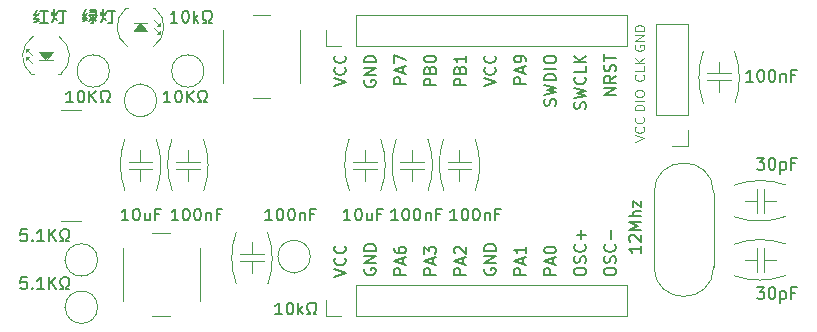
<source format=gto>
%TF.GenerationSoftware,KiCad,Pcbnew,8.0.6*%
%TF.CreationDate,2024-11-16T11:12:32+08:00*%
%TF.ProjectId,PY32F002AW15S_mini_system,50593332-4630-4303-9241-573135535f6d,rev?*%
%TF.SameCoordinates,Original*%
%TF.FileFunction,Legend,Top*%
%TF.FilePolarity,Positive*%
%FSLAX46Y46*%
G04 Gerber Fmt 4.6, Leading zero omitted, Abs format (unit mm)*
G04 Created by KiCad (PCBNEW 8.0.6) date 2024-11-16 11:12:32*
%MOMM*%
%LPD*%
G01*
G04 APERTURE LIST*
%ADD10C,0.100000*%
%ADD11C,0.150000*%
%ADD12C,0.120000*%
G04 APERTURE END LIST*
D10*
X152846895Y-112978020D02*
X153646895Y-112711353D01*
X153646895Y-112711353D02*
X152846895Y-112444687D01*
X153570704Y-111720877D02*
X153608800Y-111758973D01*
X153608800Y-111758973D02*
X153646895Y-111873258D01*
X153646895Y-111873258D02*
X153646895Y-111949449D01*
X153646895Y-111949449D02*
X153608800Y-112063735D01*
X153608800Y-112063735D02*
X153532609Y-112139925D01*
X153532609Y-112139925D02*
X153456419Y-112178020D01*
X153456419Y-112178020D02*
X153304038Y-112216116D01*
X153304038Y-112216116D02*
X153189752Y-112216116D01*
X153189752Y-112216116D02*
X153037371Y-112178020D01*
X153037371Y-112178020D02*
X152961180Y-112139925D01*
X152961180Y-112139925D02*
X152884990Y-112063735D01*
X152884990Y-112063735D02*
X152846895Y-111949449D01*
X152846895Y-111949449D02*
X152846895Y-111873258D01*
X152846895Y-111873258D02*
X152884990Y-111758973D01*
X152884990Y-111758973D02*
X152923085Y-111720877D01*
X153570704Y-110920877D02*
X153608800Y-110958973D01*
X153608800Y-110958973D02*
X153646895Y-111073258D01*
X153646895Y-111073258D02*
X153646895Y-111149449D01*
X153646895Y-111149449D02*
X153608800Y-111263735D01*
X153608800Y-111263735D02*
X153532609Y-111339925D01*
X153532609Y-111339925D02*
X153456419Y-111378020D01*
X153456419Y-111378020D02*
X153304038Y-111416116D01*
X153304038Y-111416116D02*
X153189752Y-111416116D01*
X153189752Y-111416116D02*
X153037371Y-111378020D01*
X153037371Y-111378020D02*
X152961180Y-111339925D01*
X152961180Y-111339925D02*
X152884990Y-111263735D01*
X152884990Y-111263735D02*
X152846895Y-111149449D01*
X152846895Y-111149449D02*
X152846895Y-111073258D01*
X152846895Y-111073258D02*
X152884990Y-110958973D01*
X152884990Y-110958973D02*
X152923085Y-110920877D01*
X153646895Y-110323734D02*
X152846895Y-110323734D01*
X152846895Y-110323734D02*
X152846895Y-110133258D01*
X152846895Y-110133258D02*
X152884990Y-110018972D01*
X152884990Y-110018972D02*
X152961180Y-109942782D01*
X152961180Y-109942782D02*
X153037371Y-109904687D01*
X153037371Y-109904687D02*
X153189752Y-109866591D01*
X153189752Y-109866591D02*
X153304038Y-109866591D01*
X153304038Y-109866591D02*
X153456419Y-109904687D01*
X153456419Y-109904687D02*
X153532609Y-109942782D01*
X153532609Y-109942782D02*
X153608800Y-110018972D01*
X153608800Y-110018972D02*
X153646895Y-110133258D01*
X153646895Y-110133258D02*
X153646895Y-110323734D01*
X153646895Y-109523734D02*
X152846895Y-109523734D01*
X152846895Y-108990401D02*
X152846895Y-108838020D01*
X152846895Y-108838020D02*
X152884990Y-108761830D01*
X152884990Y-108761830D02*
X152961180Y-108685639D01*
X152961180Y-108685639D02*
X153113561Y-108647544D01*
X153113561Y-108647544D02*
X153380228Y-108647544D01*
X153380228Y-108647544D02*
X153532609Y-108685639D01*
X153532609Y-108685639D02*
X153608800Y-108761830D01*
X153608800Y-108761830D02*
X153646895Y-108838020D01*
X153646895Y-108838020D02*
X153646895Y-108990401D01*
X153646895Y-108990401D02*
X153608800Y-109066592D01*
X153608800Y-109066592D02*
X153532609Y-109142782D01*
X153532609Y-109142782D02*
X153380228Y-109180878D01*
X153380228Y-109180878D02*
X153113561Y-109180878D01*
X153113561Y-109180878D02*
X152961180Y-109142782D01*
X152961180Y-109142782D02*
X152884990Y-109066592D01*
X152884990Y-109066592D02*
X152846895Y-108990401D01*
X153570704Y-107326591D02*
X153608800Y-107364687D01*
X153608800Y-107364687D02*
X153646895Y-107478972D01*
X153646895Y-107478972D02*
X153646895Y-107555163D01*
X153646895Y-107555163D02*
X153608800Y-107669449D01*
X153608800Y-107669449D02*
X153532609Y-107745639D01*
X153532609Y-107745639D02*
X153456419Y-107783734D01*
X153456419Y-107783734D02*
X153304038Y-107821830D01*
X153304038Y-107821830D02*
X153189752Y-107821830D01*
X153189752Y-107821830D02*
X153037371Y-107783734D01*
X153037371Y-107783734D02*
X152961180Y-107745639D01*
X152961180Y-107745639D02*
X152884990Y-107669449D01*
X152884990Y-107669449D02*
X152846895Y-107555163D01*
X152846895Y-107555163D02*
X152846895Y-107478972D01*
X152846895Y-107478972D02*
X152884990Y-107364687D01*
X152884990Y-107364687D02*
X152923085Y-107326591D01*
X153646895Y-106602782D02*
X153646895Y-106983734D01*
X153646895Y-106983734D02*
X152846895Y-106983734D01*
X153646895Y-106336115D02*
X152846895Y-106336115D01*
X153646895Y-105878972D02*
X153189752Y-106221830D01*
X152846895Y-105878972D02*
X153304038Y-106336115D01*
X152884990Y-104824687D02*
X152846895Y-104900877D01*
X152846895Y-104900877D02*
X152846895Y-105015163D01*
X152846895Y-105015163D02*
X152884990Y-105129449D01*
X152884990Y-105129449D02*
X152961180Y-105205639D01*
X152961180Y-105205639D02*
X153037371Y-105243734D01*
X153037371Y-105243734D02*
X153189752Y-105281830D01*
X153189752Y-105281830D02*
X153304038Y-105281830D01*
X153304038Y-105281830D02*
X153456419Y-105243734D01*
X153456419Y-105243734D02*
X153532609Y-105205639D01*
X153532609Y-105205639D02*
X153608800Y-105129449D01*
X153608800Y-105129449D02*
X153646895Y-105015163D01*
X153646895Y-105015163D02*
X153646895Y-104938972D01*
X153646895Y-104938972D02*
X153608800Y-104824687D01*
X153608800Y-104824687D02*
X153570704Y-104786591D01*
X153570704Y-104786591D02*
X153304038Y-104786591D01*
X153304038Y-104786591D02*
X153304038Y-104938972D01*
X153646895Y-104443734D02*
X152846895Y-104443734D01*
X152846895Y-104443734D02*
X153646895Y-103986591D01*
X153646895Y-103986591D02*
X152846895Y-103986591D01*
X153646895Y-103605639D02*
X152846895Y-103605639D01*
X152846895Y-103605639D02*
X152846895Y-103415163D01*
X152846895Y-103415163D02*
X152884990Y-103300877D01*
X152884990Y-103300877D02*
X152961180Y-103224687D01*
X152961180Y-103224687D02*
X153037371Y-103186592D01*
X153037371Y-103186592D02*
X153189752Y-103148496D01*
X153189752Y-103148496D02*
X153304038Y-103148496D01*
X153304038Y-103148496D02*
X153456419Y-103186592D01*
X153456419Y-103186592D02*
X153532609Y-103224687D01*
X153532609Y-103224687D02*
X153608800Y-103300877D01*
X153608800Y-103300877D02*
X153646895Y-103415163D01*
X153646895Y-103415163D02*
X153646895Y-103605639D01*
D11*
X146173819Y-124263220D02*
X145173819Y-124263220D01*
X145173819Y-124263220D02*
X145173819Y-123882268D01*
X145173819Y-123882268D02*
X145221438Y-123787030D01*
X145221438Y-123787030D02*
X145269057Y-123739411D01*
X145269057Y-123739411D02*
X145364295Y-123691792D01*
X145364295Y-123691792D02*
X145507152Y-123691792D01*
X145507152Y-123691792D02*
X145602390Y-123739411D01*
X145602390Y-123739411D02*
X145650009Y-123787030D01*
X145650009Y-123787030D02*
X145697628Y-123882268D01*
X145697628Y-123882268D02*
X145697628Y-124263220D01*
X145888104Y-123310839D02*
X145888104Y-122834649D01*
X146173819Y-123406077D02*
X145173819Y-123072744D01*
X145173819Y-123072744D02*
X146173819Y-122739411D01*
X145173819Y-122215601D02*
X145173819Y-122120363D01*
X145173819Y-122120363D02*
X145221438Y-122025125D01*
X145221438Y-122025125D02*
X145269057Y-121977506D01*
X145269057Y-121977506D02*
X145364295Y-121929887D01*
X145364295Y-121929887D02*
X145554771Y-121882268D01*
X145554771Y-121882268D02*
X145792866Y-121882268D01*
X145792866Y-121882268D02*
X145983342Y-121929887D01*
X145983342Y-121929887D02*
X146078580Y-121977506D01*
X146078580Y-121977506D02*
X146126200Y-122025125D01*
X146126200Y-122025125D02*
X146173819Y-122120363D01*
X146173819Y-122120363D02*
X146173819Y-122215601D01*
X146173819Y-122215601D02*
X146126200Y-122310839D01*
X146126200Y-122310839D02*
X146078580Y-122358458D01*
X146078580Y-122358458D02*
X145983342Y-122406077D01*
X145983342Y-122406077D02*
X145792866Y-122453696D01*
X145792866Y-122453696D02*
X145554771Y-122453696D01*
X145554771Y-122453696D02*
X145364295Y-122406077D01*
X145364295Y-122406077D02*
X145269057Y-122358458D01*
X145269057Y-122358458D02*
X145221438Y-122310839D01*
X145221438Y-122310839D02*
X145173819Y-122215601D01*
X138553819Y-124263220D02*
X137553819Y-124263220D01*
X137553819Y-124263220D02*
X137553819Y-123882268D01*
X137553819Y-123882268D02*
X137601438Y-123787030D01*
X137601438Y-123787030D02*
X137649057Y-123739411D01*
X137649057Y-123739411D02*
X137744295Y-123691792D01*
X137744295Y-123691792D02*
X137887152Y-123691792D01*
X137887152Y-123691792D02*
X137982390Y-123739411D01*
X137982390Y-123739411D02*
X138030009Y-123787030D01*
X138030009Y-123787030D02*
X138077628Y-123882268D01*
X138077628Y-123882268D02*
X138077628Y-124263220D01*
X138268104Y-123310839D02*
X138268104Y-122834649D01*
X138553819Y-123406077D02*
X137553819Y-123072744D01*
X137553819Y-123072744D02*
X138553819Y-122739411D01*
X137649057Y-122453696D02*
X137601438Y-122406077D01*
X137601438Y-122406077D02*
X137553819Y-122310839D01*
X137553819Y-122310839D02*
X137553819Y-122072744D01*
X137553819Y-122072744D02*
X137601438Y-121977506D01*
X137601438Y-121977506D02*
X137649057Y-121929887D01*
X137649057Y-121929887D02*
X137744295Y-121882268D01*
X137744295Y-121882268D02*
X137839533Y-121882268D01*
X137839533Y-121882268D02*
X137982390Y-121929887D01*
X137982390Y-121929887D02*
X138553819Y-122501315D01*
X138553819Y-122501315D02*
X138553819Y-121882268D01*
X143633819Y-108079125D02*
X142633819Y-108079125D01*
X142633819Y-108079125D02*
X142633819Y-107698173D01*
X142633819Y-107698173D02*
X142681438Y-107602935D01*
X142681438Y-107602935D02*
X142729057Y-107555316D01*
X142729057Y-107555316D02*
X142824295Y-107507697D01*
X142824295Y-107507697D02*
X142967152Y-107507697D01*
X142967152Y-107507697D02*
X143062390Y-107555316D01*
X143062390Y-107555316D02*
X143110009Y-107602935D01*
X143110009Y-107602935D02*
X143157628Y-107698173D01*
X143157628Y-107698173D02*
X143157628Y-108079125D01*
X143348104Y-107126744D02*
X143348104Y-106650554D01*
X143633819Y-107221982D02*
X142633819Y-106888649D01*
X142633819Y-106888649D02*
X143633819Y-106555316D01*
X143633819Y-106174363D02*
X143633819Y-105983887D01*
X143633819Y-105983887D02*
X143586200Y-105888649D01*
X143586200Y-105888649D02*
X143538580Y-105841030D01*
X143538580Y-105841030D02*
X143395723Y-105745792D01*
X143395723Y-105745792D02*
X143205247Y-105698173D01*
X143205247Y-105698173D02*
X142824295Y-105698173D01*
X142824295Y-105698173D02*
X142729057Y-105745792D01*
X142729057Y-105745792D02*
X142681438Y-105793411D01*
X142681438Y-105793411D02*
X142633819Y-105888649D01*
X142633819Y-105888649D02*
X142633819Y-106079125D01*
X142633819Y-106079125D02*
X142681438Y-106174363D01*
X142681438Y-106174363D02*
X142729057Y-106221982D01*
X142729057Y-106221982D02*
X142824295Y-106269601D01*
X142824295Y-106269601D02*
X143062390Y-106269601D01*
X143062390Y-106269601D02*
X143157628Y-106221982D01*
X143157628Y-106221982D02*
X143205247Y-106174363D01*
X143205247Y-106174363D02*
X143252866Y-106079125D01*
X143252866Y-106079125D02*
X143252866Y-105888649D01*
X143252866Y-105888649D02*
X143205247Y-105793411D01*
X143205247Y-105793411D02*
X143157628Y-105745792D01*
X143157628Y-105745792D02*
X143062390Y-105698173D01*
X136013819Y-124263220D02*
X135013819Y-124263220D01*
X135013819Y-124263220D02*
X135013819Y-123882268D01*
X135013819Y-123882268D02*
X135061438Y-123787030D01*
X135061438Y-123787030D02*
X135109057Y-123739411D01*
X135109057Y-123739411D02*
X135204295Y-123691792D01*
X135204295Y-123691792D02*
X135347152Y-123691792D01*
X135347152Y-123691792D02*
X135442390Y-123739411D01*
X135442390Y-123739411D02*
X135490009Y-123787030D01*
X135490009Y-123787030D02*
X135537628Y-123882268D01*
X135537628Y-123882268D02*
X135537628Y-124263220D01*
X135728104Y-123310839D02*
X135728104Y-122834649D01*
X136013819Y-123406077D02*
X135013819Y-123072744D01*
X135013819Y-123072744D02*
X136013819Y-122739411D01*
X135013819Y-122501315D02*
X135013819Y-121882268D01*
X135013819Y-121882268D02*
X135394771Y-122215601D01*
X135394771Y-122215601D02*
X135394771Y-122072744D01*
X135394771Y-122072744D02*
X135442390Y-121977506D01*
X135442390Y-121977506D02*
X135490009Y-121929887D01*
X135490009Y-121929887D02*
X135585247Y-121882268D01*
X135585247Y-121882268D02*
X135823342Y-121882268D01*
X135823342Y-121882268D02*
X135918580Y-121929887D01*
X135918580Y-121929887D02*
X135966200Y-121977506D01*
X135966200Y-121977506D02*
X136013819Y-122072744D01*
X136013819Y-122072744D02*
X136013819Y-122358458D01*
X136013819Y-122358458D02*
X135966200Y-122453696D01*
X135966200Y-122453696D02*
X135918580Y-122501315D01*
X146126200Y-109936267D02*
X146173819Y-109793410D01*
X146173819Y-109793410D02*
X146173819Y-109555315D01*
X146173819Y-109555315D02*
X146126200Y-109460077D01*
X146126200Y-109460077D02*
X146078580Y-109412458D01*
X146078580Y-109412458D02*
X145983342Y-109364839D01*
X145983342Y-109364839D02*
X145888104Y-109364839D01*
X145888104Y-109364839D02*
X145792866Y-109412458D01*
X145792866Y-109412458D02*
X145745247Y-109460077D01*
X145745247Y-109460077D02*
X145697628Y-109555315D01*
X145697628Y-109555315D02*
X145650009Y-109745791D01*
X145650009Y-109745791D02*
X145602390Y-109841029D01*
X145602390Y-109841029D02*
X145554771Y-109888648D01*
X145554771Y-109888648D02*
X145459533Y-109936267D01*
X145459533Y-109936267D02*
X145364295Y-109936267D01*
X145364295Y-109936267D02*
X145269057Y-109888648D01*
X145269057Y-109888648D02*
X145221438Y-109841029D01*
X145221438Y-109841029D02*
X145173819Y-109745791D01*
X145173819Y-109745791D02*
X145173819Y-109507696D01*
X145173819Y-109507696D02*
X145221438Y-109364839D01*
X145173819Y-109031505D02*
X146173819Y-108793410D01*
X146173819Y-108793410D02*
X145459533Y-108602934D01*
X145459533Y-108602934D02*
X146173819Y-108412458D01*
X146173819Y-108412458D02*
X145173819Y-108174363D01*
X146173819Y-107793410D02*
X145173819Y-107793410D01*
X145173819Y-107793410D02*
X145173819Y-107555315D01*
X145173819Y-107555315D02*
X145221438Y-107412458D01*
X145221438Y-107412458D02*
X145316676Y-107317220D01*
X145316676Y-107317220D02*
X145411914Y-107269601D01*
X145411914Y-107269601D02*
X145602390Y-107221982D01*
X145602390Y-107221982D02*
X145745247Y-107221982D01*
X145745247Y-107221982D02*
X145935723Y-107269601D01*
X145935723Y-107269601D02*
X146030961Y-107317220D01*
X146030961Y-107317220D02*
X146126200Y-107412458D01*
X146126200Y-107412458D02*
X146173819Y-107555315D01*
X146173819Y-107555315D02*
X146173819Y-107793410D01*
X146173819Y-106793410D02*
X145173819Y-106793410D01*
X145173819Y-106126744D02*
X145173819Y-105936268D01*
X145173819Y-105936268D02*
X145221438Y-105841030D01*
X145221438Y-105841030D02*
X145316676Y-105745792D01*
X145316676Y-105745792D02*
X145507152Y-105698173D01*
X145507152Y-105698173D02*
X145840485Y-105698173D01*
X145840485Y-105698173D02*
X146030961Y-105745792D01*
X146030961Y-105745792D02*
X146126200Y-105841030D01*
X146126200Y-105841030D02*
X146173819Y-105936268D01*
X146173819Y-105936268D02*
X146173819Y-106126744D01*
X146173819Y-106126744D02*
X146126200Y-106221982D01*
X146126200Y-106221982D02*
X146030961Y-106317220D01*
X146030961Y-106317220D02*
X145840485Y-106364839D01*
X145840485Y-106364839D02*
X145507152Y-106364839D01*
X145507152Y-106364839D02*
X145316676Y-106317220D01*
X145316676Y-106317220D02*
X145221438Y-106221982D01*
X145221438Y-106221982D02*
X145173819Y-106126744D01*
X127393819Y-124406077D02*
X128393819Y-124072744D01*
X128393819Y-124072744D02*
X127393819Y-123739411D01*
X128298580Y-122834649D02*
X128346200Y-122882268D01*
X128346200Y-122882268D02*
X128393819Y-123025125D01*
X128393819Y-123025125D02*
X128393819Y-123120363D01*
X128393819Y-123120363D02*
X128346200Y-123263220D01*
X128346200Y-123263220D02*
X128250961Y-123358458D01*
X128250961Y-123358458D02*
X128155723Y-123406077D01*
X128155723Y-123406077D02*
X127965247Y-123453696D01*
X127965247Y-123453696D02*
X127822390Y-123453696D01*
X127822390Y-123453696D02*
X127631914Y-123406077D01*
X127631914Y-123406077D02*
X127536676Y-123358458D01*
X127536676Y-123358458D02*
X127441438Y-123263220D01*
X127441438Y-123263220D02*
X127393819Y-123120363D01*
X127393819Y-123120363D02*
X127393819Y-123025125D01*
X127393819Y-123025125D02*
X127441438Y-122882268D01*
X127441438Y-122882268D02*
X127489057Y-122834649D01*
X128298580Y-121834649D02*
X128346200Y-121882268D01*
X128346200Y-121882268D02*
X128393819Y-122025125D01*
X128393819Y-122025125D02*
X128393819Y-122120363D01*
X128393819Y-122120363D02*
X128346200Y-122263220D01*
X128346200Y-122263220D02*
X128250961Y-122358458D01*
X128250961Y-122358458D02*
X128155723Y-122406077D01*
X128155723Y-122406077D02*
X127965247Y-122453696D01*
X127965247Y-122453696D02*
X127822390Y-122453696D01*
X127822390Y-122453696D02*
X127631914Y-122406077D01*
X127631914Y-122406077D02*
X127536676Y-122358458D01*
X127536676Y-122358458D02*
X127441438Y-122263220D01*
X127441438Y-122263220D02*
X127393819Y-122120363D01*
X127393819Y-122120363D02*
X127393819Y-122025125D01*
X127393819Y-122025125D02*
X127441438Y-121882268D01*
X127441438Y-121882268D02*
X127489057Y-121834649D01*
X129981438Y-123739411D02*
X129933819Y-123834649D01*
X129933819Y-123834649D02*
X129933819Y-123977506D01*
X129933819Y-123977506D02*
X129981438Y-124120363D01*
X129981438Y-124120363D02*
X130076676Y-124215601D01*
X130076676Y-124215601D02*
X130171914Y-124263220D01*
X130171914Y-124263220D02*
X130362390Y-124310839D01*
X130362390Y-124310839D02*
X130505247Y-124310839D01*
X130505247Y-124310839D02*
X130695723Y-124263220D01*
X130695723Y-124263220D02*
X130790961Y-124215601D01*
X130790961Y-124215601D02*
X130886200Y-124120363D01*
X130886200Y-124120363D02*
X130933819Y-123977506D01*
X130933819Y-123977506D02*
X130933819Y-123882268D01*
X130933819Y-123882268D02*
X130886200Y-123739411D01*
X130886200Y-123739411D02*
X130838580Y-123691792D01*
X130838580Y-123691792D02*
X130505247Y-123691792D01*
X130505247Y-123691792D02*
X130505247Y-123882268D01*
X130933819Y-123263220D02*
X129933819Y-123263220D01*
X129933819Y-123263220D02*
X130933819Y-122691792D01*
X130933819Y-122691792D02*
X129933819Y-122691792D01*
X130933819Y-122215601D02*
X129933819Y-122215601D01*
X129933819Y-122215601D02*
X129933819Y-121977506D01*
X129933819Y-121977506D02*
X129981438Y-121834649D01*
X129981438Y-121834649D02*
X130076676Y-121739411D01*
X130076676Y-121739411D02*
X130171914Y-121691792D01*
X130171914Y-121691792D02*
X130362390Y-121644173D01*
X130362390Y-121644173D02*
X130505247Y-121644173D01*
X130505247Y-121644173D02*
X130695723Y-121691792D01*
X130695723Y-121691792D02*
X130790961Y-121739411D01*
X130790961Y-121739411D02*
X130886200Y-121834649D01*
X130886200Y-121834649D02*
X130933819Y-121977506D01*
X130933819Y-121977506D02*
X130933819Y-122215601D01*
X150253819Y-124072744D02*
X150253819Y-123882268D01*
X150253819Y-123882268D02*
X150301438Y-123787030D01*
X150301438Y-123787030D02*
X150396676Y-123691792D01*
X150396676Y-123691792D02*
X150587152Y-123644173D01*
X150587152Y-123644173D02*
X150920485Y-123644173D01*
X150920485Y-123644173D02*
X151110961Y-123691792D01*
X151110961Y-123691792D02*
X151206200Y-123787030D01*
X151206200Y-123787030D02*
X151253819Y-123882268D01*
X151253819Y-123882268D02*
X151253819Y-124072744D01*
X151253819Y-124072744D02*
X151206200Y-124167982D01*
X151206200Y-124167982D02*
X151110961Y-124263220D01*
X151110961Y-124263220D02*
X150920485Y-124310839D01*
X150920485Y-124310839D02*
X150587152Y-124310839D01*
X150587152Y-124310839D02*
X150396676Y-124263220D01*
X150396676Y-124263220D02*
X150301438Y-124167982D01*
X150301438Y-124167982D02*
X150253819Y-124072744D01*
X151206200Y-123263220D02*
X151253819Y-123120363D01*
X151253819Y-123120363D02*
X151253819Y-122882268D01*
X151253819Y-122882268D02*
X151206200Y-122787030D01*
X151206200Y-122787030D02*
X151158580Y-122739411D01*
X151158580Y-122739411D02*
X151063342Y-122691792D01*
X151063342Y-122691792D02*
X150968104Y-122691792D01*
X150968104Y-122691792D02*
X150872866Y-122739411D01*
X150872866Y-122739411D02*
X150825247Y-122787030D01*
X150825247Y-122787030D02*
X150777628Y-122882268D01*
X150777628Y-122882268D02*
X150730009Y-123072744D01*
X150730009Y-123072744D02*
X150682390Y-123167982D01*
X150682390Y-123167982D02*
X150634771Y-123215601D01*
X150634771Y-123215601D02*
X150539533Y-123263220D01*
X150539533Y-123263220D02*
X150444295Y-123263220D01*
X150444295Y-123263220D02*
X150349057Y-123215601D01*
X150349057Y-123215601D02*
X150301438Y-123167982D01*
X150301438Y-123167982D02*
X150253819Y-123072744D01*
X150253819Y-123072744D02*
X150253819Y-122834649D01*
X150253819Y-122834649D02*
X150301438Y-122691792D01*
X151158580Y-121691792D02*
X151206200Y-121739411D01*
X151206200Y-121739411D02*
X151253819Y-121882268D01*
X151253819Y-121882268D02*
X151253819Y-121977506D01*
X151253819Y-121977506D02*
X151206200Y-122120363D01*
X151206200Y-122120363D02*
X151110961Y-122215601D01*
X151110961Y-122215601D02*
X151015723Y-122263220D01*
X151015723Y-122263220D02*
X150825247Y-122310839D01*
X150825247Y-122310839D02*
X150682390Y-122310839D01*
X150682390Y-122310839D02*
X150491914Y-122263220D01*
X150491914Y-122263220D02*
X150396676Y-122215601D01*
X150396676Y-122215601D02*
X150301438Y-122120363D01*
X150301438Y-122120363D02*
X150253819Y-121977506D01*
X150253819Y-121977506D02*
X150253819Y-121882268D01*
X150253819Y-121882268D02*
X150301438Y-121739411D01*
X150301438Y-121739411D02*
X150349057Y-121691792D01*
X150872866Y-121263220D02*
X150872866Y-120501316D01*
X140093819Y-108269601D02*
X141093819Y-107936268D01*
X141093819Y-107936268D02*
X140093819Y-107602935D01*
X140998580Y-106698173D02*
X141046200Y-106745792D01*
X141046200Y-106745792D02*
X141093819Y-106888649D01*
X141093819Y-106888649D02*
X141093819Y-106983887D01*
X141093819Y-106983887D02*
X141046200Y-107126744D01*
X141046200Y-107126744D02*
X140950961Y-107221982D01*
X140950961Y-107221982D02*
X140855723Y-107269601D01*
X140855723Y-107269601D02*
X140665247Y-107317220D01*
X140665247Y-107317220D02*
X140522390Y-107317220D01*
X140522390Y-107317220D02*
X140331914Y-107269601D01*
X140331914Y-107269601D02*
X140236676Y-107221982D01*
X140236676Y-107221982D02*
X140141438Y-107126744D01*
X140141438Y-107126744D02*
X140093819Y-106983887D01*
X140093819Y-106983887D02*
X140093819Y-106888649D01*
X140093819Y-106888649D02*
X140141438Y-106745792D01*
X140141438Y-106745792D02*
X140189057Y-106698173D01*
X140998580Y-105698173D02*
X141046200Y-105745792D01*
X141046200Y-105745792D02*
X141093819Y-105888649D01*
X141093819Y-105888649D02*
X141093819Y-105983887D01*
X141093819Y-105983887D02*
X141046200Y-106126744D01*
X141046200Y-106126744D02*
X140950961Y-106221982D01*
X140950961Y-106221982D02*
X140855723Y-106269601D01*
X140855723Y-106269601D02*
X140665247Y-106317220D01*
X140665247Y-106317220D02*
X140522390Y-106317220D01*
X140522390Y-106317220D02*
X140331914Y-106269601D01*
X140331914Y-106269601D02*
X140236676Y-106221982D01*
X140236676Y-106221982D02*
X140141438Y-106126744D01*
X140141438Y-106126744D02*
X140093819Y-105983887D01*
X140093819Y-105983887D02*
X140093819Y-105888649D01*
X140093819Y-105888649D02*
X140141438Y-105745792D01*
X140141438Y-105745792D02*
X140189057Y-105698173D01*
X153369819Y-121829411D02*
X153369819Y-122400839D01*
X153369819Y-122115125D02*
X152369819Y-122115125D01*
X152369819Y-122115125D02*
X152512676Y-122210363D01*
X152512676Y-122210363D02*
X152607914Y-122305601D01*
X152607914Y-122305601D02*
X152655533Y-122400839D01*
X152465057Y-121448458D02*
X152417438Y-121400839D01*
X152417438Y-121400839D02*
X152369819Y-121305601D01*
X152369819Y-121305601D02*
X152369819Y-121067506D01*
X152369819Y-121067506D02*
X152417438Y-120972268D01*
X152417438Y-120972268D02*
X152465057Y-120924649D01*
X152465057Y-120924649D02*
X152560295Y-120877030D01*
X152560295Y-120877030D02*
X152655533Y-120877030D01*
X152655533Y-120877030D02*
X152798390Y-120924649D01*
X152798390Y-120924649D02*
X153369819Y-121496077D01*
X153369819Y-121496077D02*
X153369819Y-120877030D01*
X153369819Y-120448458D02*
X152369819Y-120448458D01*
X152369819Y-120448458D02*
X153084104Y-120115125D01*
X153084104Y-120115125D02*
X152369819Y-119781792D01*
X152369819Y-119781792D02*
X153369819Y-119781792D01*
X153369819Y-119305601D02*
X152369819Y-119305601D01*
X153369819Y-118877030D02*
X152846009Y-118877030D01*
X152846009Y-118877030D02*
X152750771Y-118924649D01*
X152750771Y-118924649D02*
X152703152Y-119019887D01*
X152703152Y-119019887D02*
X152703152Y-119162744D01*
X152703152Y-119162744D02*
X152750771Y-119257982D01*
X152750771Y-119257982D02*
X152798390Y-119305601D01*
X152703152Y-118496077D02*
X152703152Y-117972268D01*
X152703152Y-117972268D02*
X153369819Y-118496077D01*
X153369819Y-118496077D02*
X153369819Y-117972268D01*
X138553819Y-108221982D02*
X137553819Y-108221982D01*
X137553819Y-108221982D02*
X137553819Y-107841030D01*
X137553819Y-107841030D02*
X137601438Y-107745792D01*
X137601438Y-107745792D02*
X137649057Y-107698173D01*
X137649057Y-107698173D02*
X137744295Y-107650554D01*
X137744295Y-107650554D02*
X137887152Y-107650554D01*
X137887152Y-107650554D02*
X137982390Y-107698173D01*
X137982390Y-107698173D02*
X138030009Y-107745792D01*
X138030009Y-107745792D02*
X138077628Y-107841030D01*
X138077628Y-107841030D02*
X138077628Y-108221982D01*
X138030009Y-106888649D02*
X138077628Y-106745792D01*
X138077628Y-106745792D02*
X138125247Y-106698173D01*
X138125247Y-106698173D02*
X138220485Y-106650554D01*
X138220485Y-106650554D02*
X138363342Y-106650554D01*
X138363342Y-106650554D02*
X138458580Y-106698173D01*
X138458580Y-106698173D02*
X138506200Y-106745792D01*
X138506200Y-106745792D02*
X138553819Y-106841030D01*
X138553819Y-106841030D02*
X138553819Y-107221982D01*
X138553819Y-107221982D02*
X137553819Y-107221982D01*
X137553819Y-107221982D02*
X137553819Y-106888649D01*
X137553819Y-106888649D02*
X137601438Y-106793411D01*
X137601438Y-106793411D02*
X137649057Y-106745792D01*
X137649057Y-106745792D02*
X137744295Y-106698173D01*
X137744295Y-106698173D02*
X137839533Y-106698173D01*
X137839533Y-106698173D02*
X137934771Y-106745792D01*
X137934771Y-106745792D02*
X137982390Y-106793411D01*
X137982390Y-106793411D02*
X138030009Y-106888649D01*
X138030009Y-106888649D02*
X138030009Y-107221982D01*
X138553819Y-105698173D02*
X138553819Y-106269601D01*
X138553819Y-105983887D02*
X137553819Y-105983887D01*
X137553819Y-105983887D02*
X137696676Y-106079125D01*
X137696676Y-106079125D02*
X137791914Y-106174363D01*
X137791914Y-106174363D02*
X137839533Y-106269601D01*
X129981438Y-107793411D02*
X129933819Y-107888649D01*
X129933819Y-107888649D02*
X129933819Y-108031506D01*
X129933819Y-108031506D02*
X129981438Y-108174363D01*
X129981438Y-108174363D02*
X130076676Y-108269601D01*
X130076676Y-108269601D02*
X130171914Y-108317220D01*
X130171914Y-108317220D02*
X130362390Y-108364839D01*
X130362390Y-108364839D02*
X130505247Y-108364839D01*
X130505247Y-108364839D02*
X130695723Y-108317220D01*
X130695723Y-108317220D02*
X130790961Y-108269601D01*
X130790961Y-108269601D02*
X130886200Y-108174363D01*
X130886200Y-108174363D02*
X130933819Y-108031506D01*
X130933819Y-108031506D02*
X130933819Y-107936268D01*
X130933819Y-107936268D02*
X130886200Y-107793411D01*
X130886200Y-107793411D02*
X130838580Y-107745792D01*
X130838580Y-107745792D02*
X130505247Y-107745792D01*
X130505247Y-107745792D02*
X130505247Y-107936268D01*
X130933819Y-107317220D02*
X129933819Y-107317220D01*
X129933819Y-107317220D02*
X130933819Y-106745792D01*
X130933819Y-106745792D02*
X129933819Y-106745792D01*
X130933819Y-106269601D02*
X129933819Y-106269601D01*
X129933819Y-106269601D02*
X129933819Y-106031506D01*
X129933819Y-106031506D02*
X129981438Y-105888649D01*
X129981438Y-105888649D02*
X130076676Y-105793411D01*
X130076676Y-105793411D02*
X130171914Y-105745792D01*
X130171914Y-105745792D02*
X130362390Y-105698173D01*
X130362390Y-105698173D02*
X130505247Y-105698173D01*
X130505247Y-105698173D02*
X130695723Y-105745792D01*
X130695723Y-105745792D02*
X130790961Y-105793411D01*
X130790961Y-105793411D02*
X130886200Y-105888649D01*
X130886200Y-105888649D02*
X130933819Y-106031506D01*
X130933819Y-106031506D02*
X130933819Y-106269601D01*
X148666200Y-110221982D02*
X148713819Y-110079125D01*
X148713819Y-110079125D02*
X148713819Y-109841030D01*
X148713819Y-109841030D02*
X148666200Y-109745792D01*
X148666200Y-109745792D02*
X148618580Y-109698173D01*
X148618580Y-109698173D02*
X148523342Y-109650554D01*
X148523342Y-109650554D02*
X148428104Y-109650554D01*
X148428104Y-109650554D02*
X148332866Y-109698173D01*
X148332866Y-109698173D02*
X148285247Y-109745792D01*
X148285247Y-109745792D02*
X148237628Y-109841030D01*
X148237628Y-109841030D02*
X148190009Y-110031506D01*
X148190009Y-110031506D02*
X148142390Y-110126744D01*
X148142390Y-110126744D02*
X148094771Y-110174363D01*
X148094771Y-110174363D02*
X147999533Y-110221982D01*
X147999533Y-110221982D02*
X147904295Y-110221982D01*
X147904295Y-110221982D02*
X147809057Y-110174363D01*
X147809057Y-110174363D02*
X147761438Y-110126744D01*
X147761438Y-110126744D02*
X147713819Y-110031506D01*
X147713819Y-110031506D02*
X147713819Y-109793411D01*
X147713819Y-109793411D02*
X147761438Y-109650554D01*
X147713819Y-109317220D02*
X148713819Y-109079125D01*
X148713819Y-109079125D02*
X147999533Y-108888649D01*
X147999533Y-108888649D02*
X148713819Y-108698173D01*
X148713819Y-108698173D02*
X147713819Y-108460078D01*
X148618580Y-107507697D02*
X148666200Y-107555316D01*
X148666200Y-107555316D02*
X148713819Y-107698173D01*
X148713819Y-107698173D02*
X148713819Y-107793411D01*
X148713819Y-107793411D02*
X148666200Y-107936268D01*
X148666200Y-107936268D02*
X148570961Y-108031506D01*
X148570961Y-108031506D02*
X148475723Y-108079125D01*
X148475723Y-108079125D02*
X148285247Y-108126744D01*
X148285247Y-108126744D02*
X148142390Y-108126744D01*
X148142390Y-108126744D02*
X147951914Y-108079125D01*
X147951914Y-108079125D02*
X147856676Y-108031506D01*
X147856676Y-108031506D02*
X147761438Y-107936268D01*
X147761438Y-107936268D02*
X147713819Y-107793411D01*
X147713819Y-107793411D02*
X147713819Y-107698173D01*
X147713819Y-107698173D02*
X147761438Y-107555316D01*
X147761438Y-107555316D02*
X147809057Y-107507697D01*
X148713819Y-106602935D02*
X148713819Y-107079125D01*
X148713819Y-107079125D02*
X147713819Y-107079125D01*
X148713819Y-106269601D02*
X147713819Y-106269601D01*
X148713819Y-105698173D02*
X148142390Y-106126744D01*
X147713819Y-105698173D02*
X148285247Y-106269601D01*
X143633819Y-124263220D02*
X142633819Y-124263220D01*
X142633819Y-124263220D02*
X142633819Y-123882268D01*
X142633819Y-123882268D02*
X142681438Y-123787030D01*
X142681438Y-123787030D02*
X142729057Y-123739411D01*
X142729057Y-123739411D02*
X142824295Y-123691792D01*
X142824295Y-123691792D02*
X142967152Y-123691792D01*
X142967152Y-123691792D02*
X143062390Y-123739411D01*
X143062390Y-123739411D02*
X143110009Y-123787030D01*
X143110009Y-123787030D02*
X143157628Y-123882268D01*
X143157628Y-123882268D02*
X143157628Y-124263220D01*
X143348104Y-123310839D02*
X143348104Y-122834649D01*
X143633819Y-123406077D02*
X142633819Y-123072744D01*
X142633819Y-123072744D02*
X143633819Y-122739411D01*
X143633819Y-121882268D02*
X143633819Y-122453696D01*
X143633819Y-122167982D02*
X142633819Y-122167982D01*
X142633819Y-122167982D02*
X142776676Y-122263220D01*
X142776676Y-122263220D02*
X142871914Y-122358458D01*
X142871914Y-122358458D02*
X142919533Y-122453696D01*
X147713819Y-124072744D02*
X147713819Y-123882268D01*
X147713819Y-123882268D02*
X147761438Y-123787030D01*
X147761438Y-123787030D02*
X147856676Y-123691792D01*
X147856676Y-123691792D02*
X148047152Y-123644173D01*
X148047152Y-123644173D02*
X148380485Y-123644173D01*
X148380485Y-123644173D02*
X148570961Y-123691792D01*
X148570961Y-123691792D02*
X148666200Y-123787030D01*
X148666200Y-123787030D02*
X148713819Y-123882268D01*
X148713819Y-123882268D02*
X148713819Y-124072744D01*
X148713819Y-124072744D02*
X148666200Y-124167982D01*
X148666200Y-124167982D02*
X148570961Y-124263220D01*
X148570961Y-124263220D02*
X148380485Y-124310839D01*
X148380485Y-124310839D02*
X148047152Y-124310839D01*
X148047152Y-124310839D02*
X147856676Y-124263220D01*
X147856676Y-124263220D02*
X147761438Y-124167982D01*
X147761438Y-124167982D02*
X147713819Y-124072744D01*
X148666200Y-123263220D02*
X148713819Y-123120363D01*
X148713819Y-123120363D02*
X148713819Y-122882268D01*
X148713819Y-122882268D02*
X148666200Y-122787030D01*
X148666200Y-122787030D02*
X148618580Y-122739411D01*
X148618580Y-122739411D02*
X148523342Y-122691792D01*
X148523342Y-122691792D02*
X148428104Y-122691792D01*
X148428104Y-122691792D02*
X148332866Y-122739411D01*
X148332866Y-122739411D02*
X148285247Y-122787030D01*
X148285247Y-122787030D02*
X148237628Y-122882268D01*
X148237628Y-122882268D02*
X148190009Y-123072744D01*
X148190009Y-123072744D02*
X148142390Y-123167982D01*
X148142390Y-123167982D02*
X148094771Y-123215601D01*
X148094771Y-123215601D02*
X147999533Y-123263220D01*
X147999533Y-123263220D02*
X147904295Y-123263220D01*
X147904295Y-123263220D02*
X147809057Y-123215601D01*
X147809057Y-123215601D02*
X147761438Y-123167982D01*
X147761438Y-123167982D02*
X147713819Y-123072744D01*
X147713819Y-123072744D02*
X147713819Y-122834649D01*
X147713819Y-122834649D02*
X147761438Y-122691792D01*
X148618580Y-121691792D02*
X148666200Y-121739411D01*
X148666200Y-121739411D02*
X148713819Y-121882268D01*
X148713819Y-121882268D02*
X148713819Y-121977506D01*
X148713819Y-121977506D02*
X148666200Y-122120363D01*
X148666200Y-122120363D02*
X148570961Y-122215601D01*
X148570961Y-122215601D02*
X148475723Y-122263220D01*
X148475723Y-122263220D02*
X148285247Y-122310839D01*
X148285247Y-122310839D02*
X148142390Y-122310839D01*
X148142390Y-122310839D02*
X147951914Y-122263220D01*
X147951914Y-122263220D02*
X147856676Y-122215601D01*
X147856676Y-122215601D02*
X147761438Y-122120363D01*
X147761438Y-122120363D02*
X147713819Y-121977506D01*
X147713819Y-121977506D02*
X147713819Y-121882268D01*
X147713819Y-121882268D02*
X147761438Y-121739411D01*
X147761438Y-121739411D02*
X147809057Y-121691792D01*
X148332866Y-121263220D02*
X148332866Y-120501316D01*
X148713819Y-120882268D02*
X147951914Y-120882268D01*
X127393819Y-108269601D02*
X128393819Y-107936268D01*
X128393819Y-107936268D02*
X127393819Y-107602935D01*
X128298580Y-106698173D02*
X128346200Y-106745792D01*
X128346200Y-106745792D02*
X128393819Y-106888649D01*
X128393819Y-106888649D02*
X128393819Y-106983887D01*
X128393819Y-106983887D02*
X128346200Y-107126744D01*
X128346200Y-107126744D02*
X128250961Y-107221982D01*
X128250961Y-107221982D02*
X128155723Y-107269601D01*
X128155723Y-107269601D02*
X127965247Y-107317220D01*
X127965247Y-107317220D02*
X127822390Y-107317220D01*
X127822390Y-107317220D02*
X127631914Y-107269601D01*
X127631914Y-107269601D02*
X127536676Y-107221982D01*
X127536676Y-107221982D02*
X127441438Y-107126744D01*
X127441438Y-107126744D02*
X127393819Y-106983887D01*
X127393819Y-106983887D02*
X127393819Y-106888649D01*
X127393819Y-106888649D02*
X127441438Y-106745792D01*
X127441438Y-106745792D02*
X127489057Y-106698173D01*
X128298580Y-105698173D02*
X128346200Y-105745792D01*
X128346200Y-105745792D02*
X128393819Y-105888649D01*
X128393819Y-105888649D02*
X128393819Y-105983887D01*
X128393819Y-105983887D02*
X128346200Y-106126744D01*
X128346200Y-106126744D02*
X128250961Y-106221982D01*
X128250961Y-106221982D02*
X128155723Y-106269601D01*
X128155723Y-106269601D02*
X127965247Y-106317220D01*
X127965247Y-106317220D02*
X127822390Y-106317220D01*
X127822390Y-106317220D02*
X127631914Y-106269601D01*
X127631914Y-106269601D02*
X127536676Y-106221982D01*
X127536676Y-106221982D02*
X127441438Y-106126744D01*
X127441438Y-106126744D02*
X127393819Y-105983887D01*
X127393819Y-105983887D02*
X127393819Y-105888649D01*
X127393819Y-105888649D02*
X127441438Y-105745792D01*
X127441438Y-105745792D02*
X127489057Y-105698173D01*
X136013819Y-108221982D02*
X135013819Y-108221982D01*
X135013819Y-108221982D02*
X135013819Y-107841030D01*
X135013819Y-107841030D02*
X135061438Y-107745792D01*
X135061438Y-107745792D02*
X135109057Y-107698173D01*
X135109057Y-107698173D02*
X135204295Y-107650554D01*
X135204295Y-107650554D02*
X135347152Y-107650554D01*
X135347152Y-107650554D02*
X135442390Y-107698173D01*
X135442390Y-107698173D02*
X135490009Y-107745792D01*
X135490009Y-107745792D02*
X135537628Y-107841030D01*
X135537628Y-107841030D02*
X135537628Y-108221982D01*
X135490009Y-106888649D02*
X135537628Y-106745792D01*
X135537628Y-106745792D02*
X135585247Y-106698173D01*
X135585247Y-106698173D02*
X135680485Y-106650554D01*
X135680485Y-106650554D02*
X135823342Y-106650554D01*
X135823342Y-106650554D02*
X135918580Y-106698173D01*
X135918580Y-106698173D02*
X135966200Y-106745792D01*
X135966200Y-106745792D02*
X136013819Y-106841030D01*
X136013819Y-106841030D02*
X136013819Y-107221982D01*
X136013819Y-107221982D02*
X135013819Y-107221982D01*
X135013819Y-107221982D02*
X135013819Y-106888649D01*
X135013819Y-106888649D02*
X135061438Y-106793411D01*
X135061438Y-106793411D02*
X135109057Y-106745792D01*
X135109057Y-106745792D02*
X135204295Y-106698173D01*
X135204295Y-106698173D02*
X135299533Y-106698173D01*
X135299533Y-106698173D02*
X135394771Y-106745792D01*
X135394771Y-106745792D02*
X135442390Y-106793411D01*
X135442390Y-106793411D02*
X135490009Y-106888649D01*
X135490009Y-106888649D02*
X135490009Y-107221982D01*
X135013819Y-106031506D02*
X135013819Y-105936268D01*
X135013819Y-105936268D02*
X135061438Y-105841030D01*
X135061438Y-105841030D02*
X135109057Y-105793411D01*
X135109057Y-105793411D02*
X135204295Y-105745792D01*
X135204295Y-105745792D02*
X135394771Y-105698173D01*
X135394771Y-105698173D02*
X135632866Y-105698173D01*
X135632866Y-105698173D02*
X135823342Y-105745792D01*
X135823342Y-105745792D02*
X135918580Y-105793411D01*
X135918580Y-105793411D02*
X135966200Y-105841030D01*
X135966200Y-105841030D02*
X136013819Y-105936268D01*
X136013819Y-105936268D02*
X136013819Y-106031506D01*
X136013819Y-106031506D02*
X135966200Y-106126744D01*
X135966200Y-106126744D02*
X135918580Y-106174363D01*
X135918580Y-106174363D02*
X135823342Y-106221982D01*
X135823342Y-106221982D02*
X135632866Y-106269601D01*
X135632866Y-106269601D02*
X135394771Y-106269601D01*
X135394771Y-106269601D02*
X135204295Y-106221982D01*
X135204295Y-106221982D02*
X135109057Y-106174363D01*
X135109057Y-106174363D02*
X135061438Y-106126744D01*
X135061438Y-106126744D02*
X135013819Y-106031506D01*
X133473819Y-124263220D02*
X132473819Y-124263220D01*
X132473819Y-124263220D02*
X132473819Y-123882268D01*
X132473819Y-123882268D02*
X132521438Y-123787030D01*
X132521438Y-123787030D02*
X132569057Y-123739411D01*
X132569057Y-123739411D02*
X132664295Y-123691792D01*
X132664295Y-123691792D02*
X132807152Y-123691792D01*
X132807152Y-123691792D02*
X132902390Y-123739411D01*
X132902390Y-123739411D02*
X132950009Y-123787030D01*
X132950009Y-123787030D02*
X132997628Y-123882268D01*
X132997628Y-123882268D02*
X132997628Y-124263220D01*
X133188104Y-123310839D02*
X133188104Y-122834649D01*
X133473819Y-123406077D02*
X132473819Y-123072744D01*
X132473819Y-123072744D02*
X133473819Y-122739411D01*
X132473819Y-121977506D02*
X132473819Y-122167982D01*
X132473819Y-122167982D02*
X132521438Y-122263220D01*
X132521438Y-122263220D02*
X132569057Y-122310839D01*
X132569057Y-122310839D02*
X132711914Y-122406077D01*
X132711914Y-122406077D02*
X132902390Y-122453696D01*
X132902390Y-122453696D02*
X133283342Y-122453696D01*
X133283342Y-122453696D02*
X133378580Y-122406077D01*
X133378580Y-122406077D02*
X133426200Y-122358458D01*
X133426200Y-122358458D02*
X133473819Y-122263220D01*
X133473819Y-122263220D02*
X133473819Y-122072744D01*
X133473819Y-122072744D02*
X133426200Y-121977506D01*
X133426200Y-121977506D02*
X133378580Y-121929887D01*
X133378580Y-121929887D02*
X133283342Y-121882268D01*
X133283342Y-121882268D02*
X133045247Y-121882268D01*
X133045247Y-121882268D02*
X132950009Y-121929887D01*
X132950009Y-121929887D02*
X132902390Y-121977506D01*
X132902390Y-121977506D02*
X132854771Y-122072744D01*
X132854771Y-122072744D02*
X132854771Y-122263220D01*
X132854771Y-122263220D02*
X132902390Y-122358458D01*
X132902390Y-122358458D02*
X132950009Y-122406077D01*
X132950009Y-122406077D02*
X133045247Y-122453696D01*
X133473819Y-108079125D02*
X132473819Y-108079125D01*
X132473819Y-108079125D02*
X132473819Y-107698173D01*
X132473819Y-107698173D02*
X132521438Y-107602935D01*
X132521438Y-107602935D02*
X132569057Y-107555316D01*
X132569057Y-107555316D02*
X132664295Y-107507697D01*
X132664295Y-107507697D02*
X132807152Y-107507697D01*
X132807152Y-107507697D02*
X132902390Y-107555316D01*
X132902390Y-107555316D02*
X132950009Y-107602935D01*
X132950009Y-107602935D02*
X132997628Y-107698173D01*
X132997628Y-107698173D02*
X132997628Y-108079125D01*
X133188104Y-107126744D02*
X133188104Y-106650554D01*
X133473819Y-107221982D02*
X132473819Y-106888649D01*
X132473819Y-106888649D02*
X133473819Y-106555316D01*
X132473819Y-106317220D02*
X132473819Y-105650554D01*
X132473819Y-105650554D02*
X133473819Y-106079125D01*
X151253819Y-109031506D02*
X150253819Y-109031506D01*
X150253819Y-109031506D02*
X151253819Y-108460078D01*
X151253819Y-108460078D02*
X150253819Y-108460078D01*
X151253819Y-107412459D02*
X150777628Y-107745792D01*
X151253819Y-107983887D02*
X150253819Y-107983887D01*
X150253819Y-107983887D02*
X150253819Y-107602935D01*
X150253819Y-107602935D02*
X150301438Y-107507697D01*
X150301438Y-107507697D02*
X150349057Y-107460078D01*
X150349057Y-107460078D02*
X150444295Y-107412459D01*
X150444295Y-107412459D02*
X150587152Y-107412459D01*
X150587152Y-107412459D02*
X150682390Y-107460078D01*
X150682390Y-107460078D02*
X150730009Y-107507697D01*
X150730009Y-107507697D02*
X150777628Y-107602935D01*
X150777628Y-107602935D02*
X150777628Y-107983887D01*
X151206200Y-107031506D02*
X151253819Y-106888649D01*
X151253819Y-106888649D02*
X151253819Y-106650554D01*
X151253819Y-106650554D02*
X151206200Y-106555316D01*
X151206200Y-106555316D02*
X151158580Y-106507697D01*
X151158580Y-106507697D02*
X151063342Y-106460078D01*
X151063342Y-106460078D02*
X150968104Y-106460078D01*
X150968104Y-106460078D02*
X150872866Y-106507697D01*
X150872866Y-106507697D02*
X150825247Y-106555316D01*
X150825247Y-106555316D02*
X150777628Y-106650554D01*
X150777628Y-106650554D02*
X150730009Y-106841030D01*
X150730009Y-106841030D02*
X150682390Y-106936268D01*
X150682390Y-106936268D02*
X150634771Y-106983887D01*
X150634771Y-106983887D02*
X150539533Y-107031506D01*
X150539533Y-107031506D02*
X150444295Y-107031506D01*
X150444295Y-107031506D02*
X150349057Y-106983887D01*
X150349057Y-106983887D02*
X150301438Y-106936268D01*
X150301438Y-106936268D02*
X150253819Y-106841030D01*
X150253819Y-106841030D02*
X150253819Y-106602935D01*
X150253819Y-106602935D02*
X150301438Y-106460078D01*
X150253819Y-106174363D02*
X150253819Y-105602935D01*
X151253819Y-105888649D02*
X150253819Y-105888649D01*
X140141438Y-123739411D02*
X140093819Y-123834649D01*
X140093819Y-123834649D02*
X140093819Y-123977506D01*
X140093819Y-123977506D02*
X140141438Y-124120363D01*
X140141438Y-124120363D02*
X140236676Y-124215601D01*
X140236676Y-124215601D02*
X140331914Y-124263220D01*
X140331914Y-124263220D02*
X140522390Y-124310839D01*
X140522390Y-124310839D02*
X140665247Y-124310839D01*
X140665247Y-124310839D02*
X140855723Y-124263220D01*
X140855723Y-124263220D02*
X140950961Y-124215601D01*
X140950961Y-124215601D02*
X141046200Y-124120363D01*
X141046200Y-124120363D02*
X141093819Y-123977506D01*
X141093819Y-123977506D02*
X141093819Y-123882268D01*
X141093819Y-123882268D02*
X141046200Y-123739411D01*
X141046200Y-123739411D02*
X140998580Y-123691792D01*
X140998580Y-123691792D02*
X140665247Y-123691792D01*
X140665247Y-123691792D02*
X140665247Y-123882268D01*
X141093819Y-123263220D02*
X140093819Y-123263220D01*
X140093819Y-123263220D02*
X141093819Y-122691792D01*
X141093819Y-122691792D02*
X140093819Y-122691792D01*
X141093819Y-122215601D02*
X140093819Y-122215601D01*
X140093819Y-122215601D02*
X140093819Y-121977506D01*
X140093819Y-121977506D02*
X140141438Y-121834649D01*
X140141438Y-121834649D02*
X140236676Y-121739411D01*
X140236676Y-121739411D02*
X140331914Y-121691792D01*
X140331914Y-121691792D02*
X140522390Y-121644173D01*
X140522390Y-121644173D02*
X140665247Y-121644173D01*
X140665247Y-121644173D02*
X140855723Y-121691792D01*
X140855723Y-121691792D02*
X140950961Y-121739411D01*
X140950961Y-121739411D02*
X141046200Y-121834649D01*
X141046200Y-121834649D02*
X141093819Y-121977506D01*
X141093819Y-121977506D02*
X141093819Y-122215601D01*
X122152380Y-119654819D02*
X121580952Y-119654819D01*
X121866666Y-119654819D02*
X121866666Y-118654819D01*
X121866666Y-118654819D02*
X121771428Y-118797676D01*
X121771428Y-118797676D02*
X121676190Y-118892914D01*
X121676190Y-118892914D02*
X121580952Y-118940533D01*
X122771428Y-118654819D02*
X122866666Y-118654819D01*
X122866666Y-118654819D02*
X122961904Y-118702438D01*
X122961904Y-118702438D02*
X123009523Y-118750057D01*
X123009523Y-118750057D02*
X123057142Y-118845295D01*
X123057142Y-118845295D02*
X123104761Y-119035771D01*
X123104761Y-119035771D02*
X123104761Y-119273866D01*
X123104761Y-119273866D02*
X123057142Y-119464342D01*
X123057142Y-119464342D02*
X123009523Y-119559580D01*
X123009523Y-119559580D02*
X122961904Y-119607200D01*
X122961904Y-119607200D02*
X122866666Y-119654819D01*
X122866666Y-119654819D02*
X122771428Y-119654819D01*
X122771428Y-119654819D02*
X122676190Y-119607200D01*
X122676190Y-119607200D02*
X122628571Y-119559580D01*
X122628571Y-119559580D02*
X122580952Y-119464342D01*
X122580952Y-119464342D02*
X122533333Y-119273866D01*
X122533333Y-119273866D02*
X122533333Y-119035771D01*
X122533333Y-119035771D02*
X122580952Y-118845295D01*
X122580952Y-118845295D02*
X122628571Y-118750057D01*
X122628571Y-118750057D02*
X122676190Y-118702438D01*
X122676190Y-118702438D02*
X122771428Y-118654819D01*
X123723809Y-118654819D02*
X123819047Y-118654819D01*
X123819047Y-118654819D02*
X123914285Y-118702438D01*
X123914285Y-118702438D02*
X123961904Y-118750057D01*
X123961904Y-118750057D02*
X124009523Y-118845295D01*
X124009523Y-118845295D02*
X124057142Y-119035771D01*
X124057142Y-119035771D02*
X124057142Y-119273866D01*
X124057142Y-119273866D02*
X124009523Y-119464342D01*
X124009523Y-119464342D02*
X123961904Y-119559580D01*
X123961904Y-119559580D02*
X123914285Y-119607200D01*
X123914285Y-119607200D02*
X123819047Y-119654819D01*
X123819047Y-119654819D02*
X123723809Y-119654819D01*
X123723809Y-119654819D02*
X123628571Y-119607200D01*
X123628571Y-119607200D02*
X123580952Y-119559580D01*
X123580952Y-119559580D02*
X123533333Y-119464342D01*
X123533333Y-119464342D02*
X123485714Y-119273866D01*
X123485714Y-119273866D02*
X123485714Y-119035771D01*
X123485714Y-119035771D02*
X123533333Y-118845295D01*
X123533333Y-118845295D02*
X123580952Y-118750057D01*
X123580952Y-118750057D02*
X123628571Y-118702438D01*
X123628571Y-118702438D02*
X123723809Y-118654819D01*
X124485714Y-118988152D02*
X124485714Y-119654819D01*
X124485714Y-119083390D02*
X124533333Y-119035771D01*
X124533333Y-119035771D02*
X124628571Y-118988152D01*
X124628571Y-118988152D02*
X124771428Y-118988152D01*
X124771428Y-118988152D02*
X124866666Y-119035771D01*
X124866666Y-119035771D02*
X124914285Y-119131009D01*
X124914285Y-119131009D02*
X124914285Y-119654819D01*
X125723809Y-119131009D02*
X125390476Y-119131009D01*
X125390476Y-119654819D02*
X125390476Y-118654819D01*
X125390476Y-118654819D02*
X125866666Y-118654819D01*
X102492857Y-101952438D02*
X103159524Y-101952438D01*
X102492857Y-102904819D02*
X103207143Y-102904819D01*
X102826190Y-101952438D02*
X102826190Y-102904819D01*
X102064286Y-102095295D02*
X102016667Y-102285771D01*
X102254762Y-102285771D02*
X101969048Y-102619104D01*
X102254762Y-101809580D02*
X102064286Y-102190533D01*
X102397619Y-102571485D02*
X101969048Y-102619104D01*
X102397619Y-102809580D02*
X101969048Y-102857200D01*
X102397619Y-102095295D02*
X102302381Y-102238152D01*
X102302381Y-102238152D02*
X101969048Y-102285771D01*
X104016666Y-101904819D02*
X104683333Y-101904819D01*
X104111904Y-102904819D02*
X104397619Y-102904819D01*
X104397619Y-101904819D02*
X104397619Y-102904819D01*
X103921428Y-102047676D02*
X103826190Y-102238152D01*
X103540476Y-102047676D02*
X103492857Y-102285771D01*
X103683333Y-101761961D02*
X103683333Y-102333390D01*
X103683333Y-102333390D02*
X103683333Y-102571485D01*
X103683333Y-102571485D02*
X103492857Y-102857200D01*
X103683333Y-102523866D02*
X103921428Y-102714342D01*
X105288095Y-109654819D02*
X104716667Y-109654819D01*
X105002381Y-109654819D02*
X105002381Y-108654819D01*
X105002381Y-108654819D02*
X104907143Y-108797676D01*
X104907143Y-108797676D02*
X104811905Y-108892914D01*
X104811905Y-108892914D02*
X104716667Y-108940533D01*
X105907143Y-108654819D02*
X106002381Y-108654819D01*
X106002381Y-108654819D02*
X106097619Y-108702438D01*
X106097619Y-108702438D02*
X106145238Y-108750057D01*
X106145238Y-108750057D02*
X106192857Y-108845295D01*
X106192857Y-108845295D02*
X106240476Y-109035771D01*
X106240476Y-109035771D02*
X106240476Y-109273866D01*
X106240476Y-109273866D02*
X106192857Y-109464342D01*
X106192857Y-109464342D02*
X106145238Y-109559580D01*
X106145238Y-109559580D02*
X106097619Y-109607200D01*
X106097619Y-109607200D02*
X106002381Y-109654819D01*
X106002381Y-109654819D02*
X105907143Y-109654819D01*
X105907143Y-109654819D02*
X105811905Y-109607200D01*
X105811905Y-109607200D02*
X105764286Y-109559580D01*
X105764286Y-109559580D02*
X105716667Y-109464342D01*
X105716667Y-109464342D02*
X105669048Y-109273866D01*
X105669048Y-109273866D02*
X105669048Y-109035771D01*
X105669048Y-109035771D02*
X105716667Y-108845295D01*
X105716667Y-108845295D02*
X105764286Y-108750057D01*
X105764286Y-108750057D02*
X105811905Y-108702438D01*
X105811905Y-108702438D02*
X105907143Y-108654819D01*
X106669048Y-109654819D02*
X106669048Y-108654819D01*
X107240476Y-109654819D02*
X106811905Y-109083390D01*
X107240476Y-108654819D02*
X106669048Y-109226247D01*
X107621429Y-109654819D02*
X107859524Y-109654819D01*
X107859524Y-109654819D02*
X107859524Y-109464342D01*
X107859524Y-109464342D02*
X107764286Y-109416723D01*
X107764286Y-109416723D02*
X107669048Y-109321485D01*
X107669048Y-109321485D02*
X107621429Y-109178628D01*
X107621429Y-109178628D02*
X107621429Y-108940533D01*
X107621429Y-108940533D02*
X107669048Y-108797676D01*
X107669048Y-108797676D02*
X107764286Y-108702438D01*
X107764286Y-108702438D02*
X107907143Y-108654819D01*
X107907143Y-108654819D02*
X108097619Y-108654819D01*
X108097619Y-108654819D02*
X108240476Y-108702438D01*
X108240476Y-108702438D02*
X108335714Y-108797676D01*
X108335714Y-108797676D02*
X108383333Y-108940533D01*
X108383333Y-108940533D02*
X108383333Y-109178628D01*
X108383333Y-109178628D02*
X108335714Y-109321485D01*
X108335714Y-109321485D02*
X108240476Y-109416723D01*
X108240476Y-109416723D02*
X108145238Y-109464342D01*
X108145238Y-109464342D02*
X108145238Y-109654819D01*
X108145238Y-109654819D02*
X108383333Y-109654819D01*
X106690476Y-102047676D02*
X107214286Y-102047676D01*
X106642857Y-102238152D02*
X107357143Y-102238152D01*
X106833333Y-102904819D02*
X106976190Y-102904819D01*
X106976190Y-102238152D02*
X106976190Y-102904819D01*
X106690476Y-101857200D02*
X107214286Y-101857200D01*
X107214286Y-101857200D02*
X107261905Y-102238152D01*
X106690476Y-102381009D02*
X106833333Y-102523866D01*
X106976190Y-102476247D02*
X107261905Y-102761961D01*
X107166667Y-102476247D02*
X107071429Y-102571485D01*
X107309524Y-102381009D02*
X107119048Y-102523866D01*
X106357143Y-102285771D02*
X106119048Y-102523866D01*
X106357143Y-101761961D02*
X106166667Y-102238152D01*
X106928571Y-102619104D02*
X106642857Y-102761961D01*
X106500000Y-102714342D02*
X106119048Y-102809580D01*
X106452381Y-102095295D02*
X106404762Y-102238152D01*
X106404762Y-102238152D02*
X106119048Y-102238152D01*
X106452381Y-102476247D02*
X106119048Y-102571485D01*
X108166666Y-101904819D02*
X108833333Y-101904819D01*
X108261904Y-102904819D02*
X108547619Y-102904819D01*
X108547619Y-101904819D02*
X108547619Y-102904819D01*
X108071428Y-102047676D02*
X107976190Y-102238152D01*
X107690476Y-102047676D02*
X107642857Y-102285771D01*
X107833333Y-101761961D02*
X107833333Y-102333390D01*
X107833333Y-102333390D02*
X107833333Y-102571485D01*
X107833333Y-102571485D02*
X107642857Y-102857200D01*
X107833333Y-102523866D02*
X108071428Y-102714342D01*
X101352381Y-120404819D02*
X100876191Y-120404819D01*
X100876191Y-120404819D02*
X100828572Y-120881009D01*
X100828572Y-120881009D02*
X100876191Y-120833390D01*
X100876191Y-120833390D02*
X100971429Y-120785771D01*
X100971429Y-120785771D02*
X101209524Y-120785771D01*
X101209524Y-120785771D02*
X101304762Y-120833390D01*
X101304762Y-120833390D02*
X101352381Y-120881009D01*
X101352381Y-120881009D02*
X101400000Y-120976247D01*
X101400000Y-120976247D02*
X101400000Y-121214342D01*
X101400000Y-121214342D02*
X101352381Y-121309580D01*
X101352381Y-121309580D02*
X101304762Y-121357200D01*
X101304762Y-121357200D02*
X101209524Y-121404819D01*
X101209524Y-121404819D02*
X100971429Y-121404819D01*
X100971429Y-121404819D02*
X100876191Y-121357200D01*
X100876191Y-121357200D02*
X100828572Y-121309580D01*
X101828572Y-121309580D02*
X101876191Y-121357200D01*
X101876191Y-121357200D02*
X101828572Y-121404819D01*
X101828572Y-121404819D02*
X101780953Y-121357200D01*
X101780953Y-121357200D02*
X101828572Y-121309580D01*
X101828572Y-121309580D02*
X101828572Y-121404819D01*
X102828571Y-121404819D02*
X102257143Y-121404819D01*
X102542857Y-121404819D02*
X102542857Y-120404819D01*
X102542857Y-120404819D02*
X102447619Y-120547676D01*
X102447619Y-120547676D02*
X102352381Y-120642914D01*
X102352381Y-120642914D02*
X102257143Y-120690533D01*
X103257143Y-121404819D02*
X103257143Y-120404819D01*
X103828571Y-121404819D02*
X103400000Y-120833390D01*
X103828571Y-120404819D02*
X103257143Y-120976247D01*
X104209524Y-121404819D02*
X104447619Y-121404819D01*
X104447619Y-121404819D02*
X104447619Y-121214342D01*
X104447619Y-121214342D02*
X104352381Y-121166723D01*
X104352381Y-121166723D02*
X104257143Y-121071485D01*
X104257143Y-121071485D02*
X104209524Y-120928628D01*
X104209524Y-120928628D02*
X104209524Y-120690533D01*
X104209524Y-120690533D02*
X104257143Y-120547676D01*
X104257143Y-120547676D02*
X104352381Y-120452438D01*
X104352381Y-120452438D02*
X104495238Y-120404819D01*
X104495238Y-120404819D02*
X104685714Y-120404819D01*
X104685714Y-120404819D02*
X104828571Y-120452438D01*
X104828571Y-120452438D02*
X104923809Y-120547676D01*
X104923809Y-120547676D02*
X104971428Y-120690533D01*
X104971428Y-120690533D02*
X104971428Y-120928628D01*
X104971428Y-120928628D02*
X104923809Y-121071485D01*
X104923809Y-121071485D02*
X104828571Y-121166723D01*
X104828571Y-121166723D02*
X104733333Y-121214342D01*
X104733333Y-121214342D02*
X104733333Y-121404819D01*
X104733333Y-121404819D02*
X104971428Y-121404819D01*
X101352381Y-124454819D02*
X100876191Y-124454819D01*
X100876191Y-124454819D02*
X100828572Y-124931009D01*
X100828572Y-124931009D02*
X100876191Y-124883390D01*
X100876191Y-124883390D02*
X100971429Y-124835771D01*
X100971429Y-124835771D02*
X101209524Y-124835771D01*
X101209524Y-124835771D02*
X101304762Y-124883390D01*
X101304762Y-124883390D02*
X101352381Y-124931009D01*
X101352381Y-124931009D02*
X101400000Y-125026247D01*
X101400000Y-125026247D02*
X101400000Y-125264342D01*
X101400000Y-125264342D02*
X101352381Y-125359580D01*
X101352381Y-125359580D02*
X101304762Y-125407200D01*
X101304762Y-125407200D02*
X101209524Y-125454819D01*
X101209524Y-125454819D02*
X100971429Y-125454819D01*
X100971429Y-125454819D02*
X100876191Y-125407200D01*
X100876191Y-125407200D02*
X100828572Y-125359580D01*
X101828572Y-125359580D02*
X101876191Y-125407200D01*
X101876191Y-125407200D02*
X101828572Y-125454819D01*
X101828572Y-125454819D02*
X101780953Y-125407200D01*
X101780953Y-125407200D02*
X101828572Y-125359580D01*
X101828572Y-125359580D02*
X101828572Y-125454819D01*
X102828571Y-125454819D02*
X102257143Y-125454819D01*
X102542857Y-125454819D02*
X102542857Y-124454819D01*
X102542857Y-124454819D02*
X102447619Y-124597676D01*
X102447619Y-124597676D02*
X102352381Y-124692914D01*
X102352381Y-124692914D02*
X102257143Y-124740533D01*
X103257143Y-125454819D02*
X103257143Y-124454819D01*
X103828571Y-125454819D02*
X103400000Y-124883390D01*
X103828571Y-124454819D02*
X103257143Y-125026247D01*
X104209524Y-125454819D02*
X104447619Y-125454819D01*
X104447619Y-125454819D02*
X104447619Y-125264342D01*
X104447619Y-125264342D02*
X104352381Y-125216723D01*
X104352381Y-125216723D02*
X104257143Y-125121485D01*
X104257143Y-125121485D02*
X104209524Y-124978628D01*
X104209524Y-124978628D02*
X104209524Y-124740533D01*
X104209524Y-124740533D02*
X104257143Y-124597676D01*
X104257143Y-124597676D02*
X104352381Y-124502438D01*
X104352381Y-124502438D02*
X104495238Y-124454819D01*
X104495238Y-124454819D02*
X104685714Y-124454819D01*
X104685714Y-124454819D02*
X104828571Y-124502438D01*
X104828571Y-124502438D02*
X104923809Y-124597676D01*
X104923809Y-124597676D02*
X104971428Y-124740533D01*
X104971428Y-124740533D02*
X104971428Y-124978628D01*
X104971428Y-124978628D02*
X104923809Y-125121485D01*
X104923809Y-125121485D02*
X104828571Y-125216723D01*
X104828571Y-125216723D02*
X104733333Y-125264342D01*
X104733333Y-125264342D02*
X104733333Y-125454819D01*
X104733333Y-125454819D02*
X104971428Y-125454819D01*
X109978571Y-119654819D02*
X109407143Y-119654819D01*
X109692857Y-119654819D02*
X109692857Y-118654819D01*
X109692857Y-118654819D02*
X109597619Y-118797676D01*
X109597619Y-118797676D02*
X109502381Y-118892914D01*
X109502381Y-118892914D02*
X109407143Y-118940533D01*
X110597619Y-118654819D02*
X110692857Y-118654819D01*
X110692857Y-118654819D02*
X110788095Y-118702438D01*
X110788095Y-118702438D02*
X110835714Y-118750057D01*
X110835714Y-118750057D02*
X110883333Y-118845295D01*
X110883333Y-118845295D02*
X110930952Y-119035771D01*
X110930952Y-119035771D02*
X110930952Y-119273866D01*
X110930952Y-119273866D02*
X110883333Y-119464342D01*
X110883333Y-119464342D02*
X110835714Y-119559580D01*
X110835714Y-119559580D02*
X110788095Y-119607200D01*
X110788095Y-119607200D02*
X110692857Y-119654819D01*
X110692857Y-119654819D02*
X110597619Y-119654819D01*
X110597619Y-119654819D02*
X110502381Y-119607200D01*
X110502381Y-119607200D02*
X110454762Y-119559580D01*
X110454762Y-119559580D02*
X110407143Y-119464342D01*
X110407143Y-119464342D02*
X110359524Y-119273866D01*
X110359524Y-119273866D02*
X110359524Y-119035771D01*
X110359524Y-119035771D02*
X110407143Y-118845295D01*
X110407143Y-118845295D02*
X110454762Y-118750057D01*
X110454762Y-118750057D02*
X110502381Y-118702438D01*
X110502381Y-118702438D02*
X110597619Y-118654819D01*
X111788095Y-118988152D02*
X111788095Y-119654819D01*
X111359524Y-118988152D02*
X111359524Y-119511961D01*
X111359524Y-119511961D02*
X111407143Y-119607200D01*
X111407143Y-119607200D02*
X111502381Y-119654819D01*
X111502381Y-119654819D02*
X111645238Y-119654819D01*
X111645238Y-119654819D02*
X111740476Y-119607200D01*
X111740476Y-119607200D02*
X111788095Y-119559580D01*
X112597619Y-119131009D02*
X112264286Y-119131009D01*
X112264286Y-119654819D02*
X112264286Y-118654819D01*
X112264286Y-118654819D02*
X112740476Y-118654819D01*
X114202380Y-119654819D02*
X113630952Y-119654819D01*
X113916666Y-119654819D02*
X113916666Y-118654819D01*
X113916666Y-118654819D02*
X113821428Y-118797676D01*
X113821428Y-118797676D02*
X113726190Y-118892914D01*
X113726190Y-118892914D02*
X113630952Y-118940533D01*
X114821428Y-118654819D02*
X114916666Y-118654819D01*
X114916666Y-118654819D02*
X115011904Y-118702438D01*
X115011904Y-118702438D02*
X115059523Y-118750057D01*
X115059523Y-118750057D02*
X115107142Y-118845295D01*
X115107142Y-118845295D02*
X115154761Y-119035771D01*
X115154761Y-119035771D02*
X115154761Y-119273866D01*
X115154761Y-119273866D02*
X115107142Y-119464342D01*
X115107142Y-119464342D02*
X115059523Y-119559580D01*
X115059523Y-119559580D02*
X115011904Y-119607200D01*
X115011904Y-119607200D02*
X114916666Y-119654819D01*
X114916666Y-119654819D02*
X114821428Y-119654819D01*
X114821428Y-119654819D02*
X114726190Y-119607200D01*
X114726190Y-119607200D02*
X114678571Y-119559580D01*
X114678571Y-119559580D02*
X114630952Y-119464342D01*
X114630952Y-119464342D02*
X114583333Y-119273866D01*
X114583333Y-119273866D02*
X114583333Y-119035771D01*
X114583333Y-119035771D02*
X114630952Y-118845295D01*
X114630952Y-118845295D02*
X114678571Y-118750057D01*
X114678571Y-118750057D02*
X114726190Y-118702438D01*
X114726190Y-118702438D02*
X114821428Y-118654819D01*
X115773809Y-118654819D02*
X115869047Y-118654819D01*
X115869047Y-118654819D02*
X115964285Y-118702438D01*
X115964285Y-118702438D02*
X116011904Y-118750057D01*
X116011904Y-118750057D02*
X116059523Y-118845295D01*
X116059523Y-118845295D02*
X116107142Y-119035771D01*
X116107142Y-119035771D02*
X116107142Y-119273866D01*
X116107142Y-119273866D02*
X116059523Y-119464342D01*
X116059523Y-119464342D02*
X116011904Y-119559580D01*
X116011904Y-119559580D02*
X115964285Y-119607200D01*
X115964285Y-119607200D02*
X115869047Y-119654819D01*
X115869047Y-119654819D02*
X115773809Y-119654819D01*
X115773809Y-119654819D02*
X115678571Y-119607200D01*
X115678571Y-119607200D02*
X115630952Y-119559580D01*
X115630952Y-119559580D02*
X115583333Y-119464342D01*
X115583333Y-119464342D02*
X115535714Y-119273866D01*
X115535714Y-119273866D02*
X115535714Y-119035771D01*
X115535714Y-119035771D02*
X115583333Y-118845295D01*
X115583333Y-118845295D02*
X115630952Y-118750057D01*
X115630952Y-118750057D02*
X115678571Y-118702438D01*
X115678571Y-118702438D02*
X115773809Y-118654819D01*
X116535714Y-118988152D02*
X116535714Y-119654819D01*
X116535714Y-119083390D02*
X116583333Y-119035771D01*
X116583333Y-119035771D02*
X116678571Y-118988152D01*
X116678571Y-118988152D02*
X116821428Y-118988152D01*
X116821428Y-118988152D02*
X116916666Y-119035771D01*
X116916666Y-119035771D02*
X116964285Y-119131009D01*
X116964285Y-119131009D02*
X116964285Y-119654819D01*
X117773809Y-119131009D02*
X117440476Y-119131009D01*
X117440476Y-119654819D02*
X117440476Y-118654819D01*
X117440476Y-118654819D02*
X117916666Y-118654819D01*
X114133333Y-102904819D02*
X113561905Y-102904819D01*
X113847619Y-102904819D02*
X113847619Y-101904819D01*
X113847619Y-101904819D02*
X113752381Y-102047676D01*
X113752381Y-102047676D02*
X113657143Y-102142914D01*
X113657143Y-102142914D02*
X113561905Y-102190533D01*
X114752381Y-101904819D02*
X114847619Y-101904819D01*
X114847619Y-101904819D02*
X114942857Y-101952438D01*
X114942857Y-101952438D02*
X114990476Y-102000057D01*
X114990476Y-102000057D02*
X115038095Y-102095295D01*
X115038095Y-102095295D02*
X115085714Y-102285771D01*
X115085714Y-102285771D02*
X115085714Y-102523866D01*
X115085714Y-102523866D02*
X115038095Y-102714342D01*
X115038095Y-102714342D02*
X114990476Y-102809580D01*
X114990476Y-102809580D02*
X114942857Y-102857200D01*
X114942857Y-102857200D02*
X114847619Y-102904819D01*
X114847619Y-102904819D02*
X114752381Y-102904819D01*
X114752381Y-102904819D02*
X114657143Y-102857200D01*
X114657143Y-102857200D02*
X114609524Y-102809580D01*
X114609524Y-102809580D02*
X114561905Y-102714342D01*
X114561905Y-102714342D02*
X114514286Y-102523866D01*
X114514286Y-102523866D02*
X114514286Y-102285771D01*
X114514286Y-102285771D02*
X114561905Y-102095295D01*
X114561905Y-102095295D02*
X114609524Y-102000057D01*
X114609524Y-102000057D02*
X114657143Y-101952438D01*
X114657143Y-101952438D02*
X114752381Y-101904819D01*
X115514286Y-102904819D02*
X115514286Y-101904819D01*
X115609524Y-102523866D02*
X115895238Y-102904819D01*
X115895238Y-102238152D02*
X115514286Y-102619104D01*
X116276191Y-102904819D02*
X116514286Y-102904819D01*
X116514286Y-102904819D02*
X116514286Y-102714342D01*
X116514286Y-102714342D02*
X116419048Y-102666723D01*
X116419048Y-102666723D02*
X116323810Y-102571485D01*
X116323810Y-102571485D02*
X116276191Y-102428628D01*
X116276191Y-102428628D02*
X116276191Y-102190533D01*
X116276191Y-102190533D02*
X116323810Y-102047676D01*
X116323810Y-102047676D02*
X116419048Y-101952438D01*
X116419048Y-101952438D02*
X116561905Y-101904819D01*
X116561905Y-101904819D02*
X116752381Y-101904819D01*
X116752381Y-101904819D02*
X116895238Y-101952438D01*
X116895238Y-101952438D02*
X116990476Y-102047676D01*
X116990476Y-102047676D02*
X117038095Y-102190533D01*
X117038095Y-102190533D02*
X117038095Y-102428628D01*
X117038095Y-102428628D02*
X116990476Y-102571485D01*
X116990476Y-102571485D02*
X116895238Y-102666723D01*
X116895238Y-102666723D02*
X116800000Y-102714342D01*
X116800000Y-102714342D02*
X116800000Y-102904819D01*
X116800000Y-102904819D02*
X117038095Y-102904819D01*
X163185714Y-125304819D02*
X163804761Y-125304819D01*
X163804761Y-125304819D02*
X163471428Y-125685771D01*
X163471428Y-125685771D02*
X163614285Y-125685771D01*
X163614285Y-125685771D02*
X163709523Y-125733390D01*
X163709523Y-125733390D02*
X163757142Y-125781009D01*
X163757142Y-125781009D02*
X163804761Y-125876247D01*
X163804761Y-125876247D02*
X163804761Y-126114342D01*
X163804761Y-126114342D02*
X163757142Y-126209580D01*
X163757142Y-126209580D02*
X163709523Y-126257200D01*
X163709523Y-126257200D02*
X163614285Y-126304819D01*
X163614285Y-126304819D02*
X163328571Y-126304819D01*
X163328571Y-126304819D02*
X163233333Y-126257200D01*
X163233333Y-126257200D02*
X163185714Y-126209580D01*
X164423809Y-125304819D02*
X164519047Y-125304819D01*
X164519047Y-125304819D02*
X164614285Y-125352438D01*
X164614285Y-125352438D02*
X164661904Y-125400057D01*
X164661904Y-125400057D02*
X164709523Y-125495295D01*
X164709523Y-125495295D02*
X164757142Y-125685771D01*
X164757142Y-125685771D02*
X164757142Y-125923866D01*
X164757142Y-125923866D02*
X164709523Y-126114342D01*
X164709523Y-126114342D02*
X164661904Y-126209580D01*
X164661904Y-126209580D02*
X164614285Y-126257200D01*
X164614285Y-126257200D02*
X164519047Y-126304819D01*
X164519047Y-126304819D02*
X164423809Y-126304819D01*
X164423809Y-126304819D02*
X164328571Y-126257200D01*
X164328571Y-126257200D02*
X164280952Y-126209580D01*
X164280952Y-126209580D02*
X164233333Y-126114342D01*
X164233333Y-126114342D02*
X164185714Y-125923866D01*
X164185714Y-125923866D02*
X164185714Y-125685771D01*
X164185714Y-125685771D02*
X164233333Y-125495295D01*
X164233333Y-125495295D02*
X164280952Y-125400057D01*
X164280952Y-125400057D02*
X164328571Y-125352438D01*
X164328571Y-125352438D02*
X164423809Y-125304819D01*
X165185714Y-125638152D02*
X165185714Y-126638152D01*
X165185714Y-125685771D02*
X165280952Y-125638152D01*
X165280952Y-125638152D02*
X165471428Y-125638152D01*
X165471428Y-125638152D02*
X165566666Y-125685771D01*
X165566666Y-125685771D02*
X165614285Y-125733390D01*
X165614285Y-125733390D02*
X165661904Y-125828628D01*
X165661904Y-125828628D02*
X165661904Y-126114342D01*
X165661904Y-126114342D02*
X165614285Y-126209580D01*
X165614285Y-126209580D02*
X165566666Y-126257200D01*
X165566666Y-126257200D02*
X165471428Y-126304819D01*
X165471428Y-126304819D02*
X165280952Y-126304819D01*
X165280952Y-126304819D02*
X165185714Y-126257200D01*
X166423809Y-125781009D02*
X166090476Y-125781009D01*
X166090476Y-126304819D02*
X166090476Y-125304819D01*
X166090476Y-125304819D02*
X166566666Y-125304819D01*
X113538095Y-109654819D02*
X112966667Y-109654819D01*
X113252381Y-109654819D02*
X113252381Y-108654819D01*
X113252381Y-108654819D02*
X113157143Y-108797676D01*
X113157143Y-108797676D02*
X113061905Y-108892914D01*
X113061905Y-108892914D02*
X112966667Y-108940533D01*
X114157143Y-108654819D02*
X114252381Y-108654819D01*
X114252381Y-108654819D02*
X114347619Y-108702438D01*
X114347619Y-108702438D02*
X114395238Y-108750057D01*
X114395238Y-108750057D02*
X114442857Y-108845295D01*
X114442857Y-108845295D02*
X114490476Y-109035771D01*
X114490476Y-109035771D02*
X114490476Y-109273866D01*
X114490476Y-109273866D02*
X114442857Y-109464342D01*
X114442857Y-109464342D02*
X114395238Y-109559580D01*
X114395238Y-109559580D02*
X114347619Y-109607200D01*
X114347619Y-109607200D02*
X114252381Y-109654819D01*
X114252381Y-109654819D02*
X114157143Y-109654819D01*
X114157143Y-109654819D02*
X114061905Y-109607200D01*
X114061905Y-109607200D02*
X114014286Y-109559580D01*
X114014286Y-109559580D02*
X113966667Y-109464342D01*
X113966667Y-109464342D02*
X113919048Y-109273866D01*
X113919048Y-109273866D02*
X113919048Y-109035771D01*
X113919048Y-109035771D02*
X113966667Y-108845295D01*
X113966667Y-108845295D02*
X114014286Y-108750057D01*
X114014286Y-108750057D02*
X114061905Y-108702438D01*
X114061905Y-108702438D02*
X114157143Y-108654819D01*
X114919048Y-109654819D02*
X114919048Y-108654819D01*
X115490476Y-109654819D02*
X115061905Y-109083390D01*
X115490476Y-108654819D02*
X114919048Y-109226247D01*
X115871429Y-109654819D02*
X116109524Y-109654819D01*
X116109524Y-109654819D02*
X116109524Y-109464342D01*
X116109524Y-109464342D02*
X116014286Y-109416723D01*
X116014286Y-109416723D02*
X115919048Y-109321485D01*
X115919048Y-109321485D02*
X115871429Y-109178628D01*
X115871429Y-109178628D02*
X115871429Y-108940533D01*
X115871429Y-108940533D02*
X115919048Y-108797676D01*
X115919048Y-108797676D02*
X116014286Y-108702438D01*
X116014286Y-108702438D02*
X116157143Y-108654819D01*
X116157143Y-108654819D02*
X116347619Y-108654819D01*
X116347619Y-108654819D02*
X116490476Y-108702438D01*
X116490476Y-108702438D02*
X116585714Y-108797676D01*
X116585714Y-108797676D02*
X116633333Y-108940533D01*
X116633333Y-108940533D02*
X116633333Y-109178628D01*
X116633333Y-109178628D02*
X116585714Y-109321485D01*
X116585714Y-109321485D02*
X116490476Y-109416723D01*
X116490476Y-109416723D02*
X116395238Y-109464342D01*
X116395238Y-109464342D02*
X116395238Y-109654819D01*
X116395238Y-109654819D02*
X116633333Y-109654819D01*
X122983333Y-127604819D02*
X122411905Y-127604819D01*
X122697619Y-127604819D02*
X122697619Y-126604819D01*
X122697619Y-126604819D02*
X122602381Y-126747676D01*
X122602381Y-126747676D02*
X122507143Y-126842914D01*
X122507143Y-126842914D02*
X122411905Y-126890533D01*
X123602381Y-126604819D02*
X123697619Y-126604819D01*
X123697619Y-126604819D02*
X123792857Y-126652438D01*
X123792857Y-126652438D02*
X123840476Y-126700057D01*
X123840476Y-126700057D02*
X123888095Y-126795295D01*
X123888095Y-126795295D02*
X123935714Y-126985771D01*
X123935714Y-126985771D02*
X123935714Y-127223866D01*
X123935714Y-127223866D02*
X123888095Y-127414342D01*
X123888095Y-127414342D02*
X123840476Y-127509580D01*
X123840476Y-127509580D02*
X123792857Y-127557200D01*
X123792857Y-127557200D02*
X123697619Y-127604819D01*
X123697619Y-127604819D02*
X123602381Y-127604819D01*
X123602381Y-127604819D02*
X123507143Y-127557200D01*
X123507143Y-127557200D02*
X123459524Y-127509580D01*
X123459524Y-127509580D02*
X123411905Y-127414342D01*
X123411905Y-127414342D02*
X123364286Y-127223866D01*
X123364286Y-127223866D02*
X123364286Y-126985771D01*
X123364286Y-126985771D02*
X123411905Y-126795295D01*
X123411905Y-126795295D02*
X123459524Y-126700057D01*
X123459524Y-126700057D02*
X123507143Y-126652438D01*
X123507143Y-126652438D02*
X123602381Y-126604819D01*
X124364286Y-127604819D02*
X124364286Y-126604819D01*
X124459524Y-127223866D02*
X124745238Y-127604819D01*
X124745238Y-126938152D02*
X124364286Y-127319104D01*
X125126191Y-127604819D02*
X125364286Y-127604819D01*
X125364286Y-127604819D02*
X125364286Y-127414342D01*
X125364286Y-127414342D02*
X125269048Y-127366723D01*
X125269048Y-127366723D02*
X125173810Y-127271485D01*
X125173810Y-127271485D02*
X125126191Y-127128628D01*
X125126191Y-127128628D02*
X125126191Y-126890533D01*
X125126191Y-126890533D02*
X125173810Y-126747676D01*
X125173810Y-126747676D02*
X125269048Y-126652438D01*
X125269048Y-126652438D02*
X125411905Y-126604819D01*
X125411905Y-126604819D02*
X125602381Y-126604819D01*
X125602381Y-126604819D02*
X125745238Y-126652438D01*
X125745238Y-126652438D02*
X125840476Y-126747676D01*
X125840476Y-126747676D02*
X125888095Y-126890533D01*
X125888095Y-126890533D02*
X125888095Y-127128628D01*
X125888095Y-127128628D02*
X125840476Y-127271485D01*
X125840476Y-127271485D02*
X125745238Y-127366723D01*
X125745238Y-127366723D02*
X125650000Y-127414342D01*
X125650000Y-127414342D02*
X125650000Y-127604819D01*
X125650000Y-127604819D02*
X125888095Y-127604819D01*
X162852380Y-107904819D02*
X162280952Y-107904819D01*
X162566666Y-107904819D02*
X162566666Y-106904819D01*
X162566666Y-106904819D02*
X162471428Y-107047676D01*
X162471428Y-107047676D02*
X162376190Y-107142914D01*
X162376190Y-107142914D02*
X162280952Y-107190533D01*
X163471428Y-106904819D02*
X163566666Y-106904819D01*
X163566666Y-106904819D02*
X163661904Y-106952438D01*
X163661904Y-106952438D02*
X163709523Y-107000057D01*
X163709523Y-107000057D02*
X163757142Y-107095295D01*
X163757142Y-107095295D02*
X163804761Y-107285771D01*
X163804761Y-107285771D02*
X163804761Y-107523866D01*
X163804761Y-107523866D02*
X163757142Y-107714342D01*
X163757142Y-107714342D02*
X163709523Y-107809580D01*
X163709523Y-107809580D02*
X163661904Y-107857200D01*
X163661904Y-107857200D02*
X163566666Y-107904819D01*
X163566666Y-107904819D02*
X163471428Y-107904819D01*
X163471428Y-107904819D02*
X163376190Y-107857200D01*
X163376190Y-107857200D02*
X163328571Y-107809580D01*
X163328571Y-107809580D02*
X163280952Y-107714342D01*
X163280952Y-107714342D02*
X163233333Y-107523866D01*
X163233333Y-107523866D02*
X163233333Y-107285771D01*
X163233333Y-107285771D02*
X163280952Y-107095295D01*
X163280952Y-107095295D02*
X163328571Y-107000057D01*
X163328571Y-107000057D02*
X163376190Y-106952438D01*
X163376190Y-106952438D02*
X163471428Y-106904819D01*
X164423809Y-106904819D02*
X164519047Y-106904819D01*
X164519047Y-106904819D02*
X164614285Y-106952438D01*
X164614285Y-106952438D02*
X164661904Y-107000057D01*
X164661904Y-107000057D02*
X164709523Y-107095295D01*
X164709523Y-107095295D02*
X164757142Y-107285771D01*
X164757142Y-107285771D02*
X164757142Y-107523866D01*
X164757142Y-107523866D02*
X164709523Y-107714342D01*
X164709523Y-107714342D02*
X164661904Y-107809580D01*
X164661904Y-107809580D02*
X164614285Y-107857200D01*
X164614285Y-107857200D02*
X164519047Y-107904819D01*
X164519047Y-107904819D02*
X164423809Y-107904819D01*
X164423809Y-107904819D02*
X164328571Y-107857200D01*
X164328571Y-107857200D02*
X164280952Y-107809580D01*
X164280952Y-107809580D02*
X164233333Y-107714342D01*
X164233333Y-107714342D02*
X164185714Y-107523866D01*
X164185714Y-107523866D02*
X164185714Y-107285771D01*
X164185714Y-107285771D02*
X164233333Y-107095295D01*
X164233333Y-107095295D02*
X164280952Y-107000057D01*
X164280952Y-107000057D02*
X164328571Y-106952438D01*
X164328571Y-106952438D02*
X164423809Y-106904819D01*
X165185714Y-107238152D02*
X165185714Y-107904819D01*
X165185714Y-107333390D02*
X165233333Y-107285771D01*
X165233333Y-107285771D02*
X165328571Y-107238152D01*
X165328571Y-107238152D02*
X165471428Y-107238152D01*
X165471428Y-107238152D02*
X165566666Y-107285771D01*
X165566666Y-107285771D02*
X165614285Y-107381009D01*
X165614285Y-107381009D02*
X165614285Y-107904819D01*
X166423809Y-107381009D02*
X166090476Y-107381009D01*
X166090476Y-107904819D02*
X166090476Y-106904819D01*
X166090476Y-106904819D02*
X166566666Y-106904819D01*
X132802380Y-119654819D02*
X132230952Y-119654819D01*
X132516666Y-119654819D02*
X132516666Y-118654819D01*
X132516666Y-118654819D02*
X132421428Y-118797676D01*
X132421428Y-118797676D02*
X132326190Y-118892914D01*
X132326190Y-118892914D02*
X132230952Y-118940533D01*
X133421428Y-118654819D02*
X133516666Y-118654819D01*
X133516666Y-118654819D02*
X133611904Y-118702438D01*
X133611904Y-118702438D02*
X133659523Y-118750057D01*
X133659523Y-118750057D02*
X133707142Y-118845295D01*
X133707142Y-118845295D02*
X133754761Y-119035771D01*
X133754761Y-119035771D02*
X133754761Y-119273866D01*
X133754761Y-119273866D02*
X133707142Y-119464342D01*
X133707142Y-119464342D02*
X133659523Y-119559580D01*
X133659523Y-119559580D02*
X133611904Y-119607200D01*
X133611904Y-119607200D02*
X133516666Y-119654819D01*
X133516666Y-119654819D02*
X133421428Y-119654819D01*
X133421428Y-119654819D02*
X133326190Y-119607200D01*
X133326190Y-119607200D02*
X133278571Y-119559580D01*
X133278571Y-119559580D02*
X133230952Y-119464342D01*
X133230952Y-119464342D02*
X133183333Y-119273866D01*
X133183333Y-119273866D02*
X133183333Y-119035771D01*
X133183333Y-119035771D02*
X133230952Y-118845295D01*
X133230952Y-118845295D02*
X133278571Y-118750057D01*
X133278571Y-118750057D02*
X133326190Y-118702438D01*
X133326190Y-118702438D02*
X133421428Y-118654819D01*
X134373809Y-118654819D02*
X134469047Y-118654819D01*
X134469047Y-118654819D02*
X134564285Y-118702438D01*
X134564285Y-118702438D02*
X134611904Y-118750057D01*
X134611904Y-118750057D02*
X134659523Y-118845295D01*
X134659523Y-118845295D02*
X134707142Y-119035771D01*
X134707142Y-119035771D02*
X134707142Y-119273866D01*
X134707142Y-119273866D02*
X134659523Y-119464342D01*
X134659523Y-119464342D02*
X134611904Y-119559580D01*
X134611904Y-119559580D02*
X134564285Y-119607200D01*
X134564285Y-119607200D02*
X134469047Y-119654819D01*
X134469047Y-119654819D02*
X134373809Y-119654819D01*
X134373809Y-119654819D02*
X134278571Y-119607200D01*
X134278571Y-119607200D02*
X134230952Y-119559580D01*
X134230952Y-119559580D02*
X134183333Y-119464342D01*
X134183333Y-119464342D02*
X134135714Y-119273866D01*
X134135714Y-119273866D02*
X134135714Y-119035771D01*
X134135714Y-119035771D02*
X134183333Y-118845295D01*
X134183333Y-118845295D02*
X134230952Y-118750057D01*
X134230952Y-118750057D02*
X134278571Y-118702438D01*
X134278571Y-118702438D02*
X134373809Y-118654819D01*
X135135714Y-118988152D02*
X135135714Y-119654819D01*
X135135714Y-119083390D02*
X135183333Y-119035771D01*
X135183333Y-119035771D02*
X135278571Y-118988152D01*
X135278571Y-118988152D02*
X135421428Y-118988152D01*
X135421428Y-118988152D02*
X135516666Y-119035771D01*
X135516666Y-119035771D02*
X135564285Y-119131009D01*
X135564285Y-119131009D02*
X135564285Y-119654819D01*
X136373809Y-119131009D02*
X136040476Y-119131009D01*
X136040476Y-119654819D02*
X136040476Y-118654819D01*
X136040476Y-118654819D02*
X136516666Y-118654819D01*
X163185714Y-114354819D02*
X163804761Y-114354819D01*
X163804761Y-114354819D02*
X163471428Y-114735771D01*
X163471428Y-114735771D02*
X163614285Y-114735771D01*
X163614285Y-114735771D02*
X163709523Y-114783390D01*
X163709523Y-114783390D02*
X163757142Y-114831009D01*
X163757142Y-114831009D02*
X163804761Y-114926247D01*
X163804761Y-114926247D02*
X163804761Y-115164342D01*
X163804761Y-115164342D02*
X163757142Y-115259580D01*
X163757142Y-115259580D02*
X163709523Y-115307200D01*
X163709523Y-115307200D02*
X163614285Y-115354819D01*
X163614285Y-115354819D02*
X163328571Y-115354819D01*
X163328571Y-115354819D02*
X163233333Y-115307200D01*
X163233333Y-115307200D02*
X163185714Y-115259580D01*
X164423809Y-114354819D02*
X164519047Y-114354819D01*
X164519047Y-114354819D02*
X164614285Y-114402438D01*
X164614285Y-114402438D02*
X164661904Y-114450057D01*
X164661904Y-114450057D02*
X164709523Y-114545295D01*
X164709523Y-114545295D02*
X164757142Y-114735771D01*
X164757142Y-114735771D02*
X164757142Y-114973866D01*
X164757142Y-114973866D02*
X164709523Y-115164342D01*
X164709523Y-115164342D02*
X164661904Y-115259580D01*
X164661904Y-115259580D02*
X164614285Y-115307200D01*
X164614285Y-115307200D02*
X164519047Y-115354819D01*
X164519047Y-115354819D02*
X164423809Y-115354819D01*
X164423809Y-115354819D02*
X164328571Y-115307200D01*
X164328571Y-115307200D02*
X164280952Y-115259580D01*
X164280952Y-115259580D02*
X164233333Y-115164342D01*
X164233333Y-115164342D02*
X164185714Y-114973866D01*
X164185714Y-114973866D02*
X164185714Y-114735771D01*
X164185714Y-114735771D02*
X164233333Y-114545295D01*
X164233333Y-114545295D02*
X164280952Y-114450057D01*
X164280952Y-114450057D02*
X164328571Y-114402438D01*
X164328571Y-114402438D02*
X164423809Y-114354819D01*
X165185714Y-114688152D02*
X165185714Y-115688152D01*
X165185714Y-114735771D02*
X165280952Y-114688152D01*
X165280952Y-114688152D02*
X165471428Y-114688152D01*
X165471428Y-114688152D02*
X165566666Y-114735771D01*
X165566666Y-114735771D02*
X165614285Y-114783390D01*
X165614285Y-114783390D02*
X165661904Y-114878628D01*
X165661904Y-114878628D02*
X165661904Y-115164342D01*
X165661904Y-115164342D02*
X165614285Y-115259580D01*
X165614285Y-115259580D02*
X165566666Y-115307200D01*
X165566666Y-115307200D02*
X165471428Y-115354819D01*
X165471428Y-115354819D02*
X165280952Y-115354819D01*
X165280952Y-115354819D02*
X165185714Y-115307200D01*
X166423809Y-114831009D02*
X166090476Y-114831009D01*
X166090476Y-115354819D02*
X166090476Y-114354819D01*
X166090476Y-114354819D02*
X166566666Y-114354819D01*
X137802380Y-119654819D02*
X137230952Y-119654819D01*
X137516666Y-119654819D02*
X137516666Y-118654819D01*
X137516666Y-118654819D02*
X137421428Y-118797676D01*
X137421428Y-118797676D02*
X137326190Y-118892914D01*
X137326190Y-118892914D02*
X137230952Y-118940533D01*
X138421428Y-118654819D02*
X138516666Y-118654819D01*
X138516666Y-118654819D02*
X138611904Y-118702438D01*
X138611904Y-118702438D02*
X138659523Y-118750057D01*
X138659523Y-118750057D02*
X138707142Y-118845295D01*
X138707142Y-118845295D02*
X138754761Y-119035771D01*
X138754761Y-119035771D02*
X138754761Y-119273866D01*
X138754761Y-119273866D02*
X138707142Y-119464342D01*
X138707142Y-119464342D02*
X138659523Y-119559580D01*
X138659523Y-119559580D02*
X138611904Y-119607200D01*
X138611904Y-119607200D02*
X138516666Y-119654819D01*
X138516666Y-119654819D02*
X138421428Y-119654819D01*
X138421428Y-119654819D02*
X138326190Y-119607200D01*
X138326190Y-119607200D02*
X138278571Y-119559580D01*
X138278571Y-119559580D02*
X138230952Y-119464342D01*
X138230952Y-119464342D02*
X138183333Y-119273866D01*
X138183333Y-119273866D02*
X138183333Y-119035771D01*
X138183333Y-119035771D02*
X138230952Y-118845295D01*
X138230952Y-118845295D02*
X138278571Y-118750057D01*
X138278571Y-118750057D02*
X138326190Y-118702438D01*
X138326190Y-118702438D02*
X138421428Y-118654819D01*
X139373809Y-118654819D02*
X139469047Y-118654819D01*
X139469047Y-118654819D02*
X139564285Y-118702438D01*
X139564285Y-118702438D02*
X139611904Y-118750057D01*
X139611904Y-118750057D02*
X139659523Y-118845295D01*
X139659523Y-118845295D02*
X139707142Y-119035771D01*
X139707142Y-119035771D02*
X139707142Y-119273866D01*
X139707142Y-119273866D02*
X139659523Y-119464342D01*
X139659523Y-119464342D02*
X139611904Y-119559580D01*
X139611904Y-119559580D02*
X139564285Y-119607200D01*
X139564285Y-119607200D02*
X139469047Y-119654819D01*
X139469047Y-119654819D02*
X139373809Y-119654819D01*
X139373809Y-119654819D02*
X139278571Y-119607200D01*
X139278571Y-119607200D02*
X139230952Y-119559580D01*
X139230952Y-119559580D02*
X139183333Y-119464342D01*
X139183333Y-119464342D02*
X139135714Y-119273866D01*
X139135714Y-119273866D02*
X139135714Y-119035771D01*
X139135714Y-119035771D02*
X139183333Y-118845295D01*
X139183333Y-118845295D02*
X139230952Y-118750057D01*
X139230952Y-118750057D02*
X139278571Y-118702438D01*
X139278571Y-118702438D02*
X139373809Y-118654819D01*
X140135714Y-118988152D02*
X140135714Y-119654819D01*
X140135714Y-119083390D02*
X140183333Y-119035771D01*
X140183333Y-119035771D02*
X140278571Y-118988152D01*
X140278571Y-118988152D02*
X140421428Y-118988152D01*
X140421428Y-118988152D02*
X140516666Y-119035771D01*
X140516666Y-119035771D02*
X140564285Y-119131009D01*
X140564285Y-119131009D02*
X140564285Y-119654819D01*
X141373809Y-119131009D02*
X141040476Y-119131009D01*
X141040476Y-119654819D02*
X141040476Y-118654819D01*
X141040476Y-118654819D02*
X141516666Y-118654819D01*
X128778571Y-119654819D02*
X128207143Y-119654819D01*
X128492857Y-119654819D02*
X128492857Y-118654819D01*
X128492857Y-118654819D02*
X128397619Y-118797676D01*
X128397619Y-118797676D02*
X128302381Y-118892914D01*
X128302381Y-118892914D02*
X128207143Y-118940533D01*
X129397619Y-118654819D02*
X129492857Y-118654819D01*
X129492857Y-118654819D02*
X129588095Y-118702438D01*
X129588095Y-118702438D02*
X129635714Y-118750057D01*
X129635714Y-118750057D02*
X129683333Y-118845295D01*
X129683333Y-118845295D02*
X129730952Y-119035771D01*
X129730952Y-119035771D02*
X129730952Y-119273866D01*
X129730952Y-119273866D02*
X129683333Y-119464342D01*
X129683333Y-119464342D02*
X129635714Y-119559580D01*
X129635714Y-119559580D02*
X129588095Y-119607200D01*
X129588095Y-119607200D02*
X129492857Y-119654819D01*
X129492857Y-119654819D02*
X129397619Y-119654819D01*
X129397619Y-119654819D02*
X129302381Y-119607200D01*
X129302381Y-119607200D02*
X129254762Y-119559580D01*
X129254762Y-119559580D02*
X129207143Y-119464342D01*
X129207143Y-119464342D02*
X129159524Y-119273866D01*
X129159524Y-119273866D02*
X129159524Y-119035771D01*
X129159524Y-119035771D02*
X129207143Y-118845295D01*
X129207143Y-118845295D02*
X129254762Y-118750057D01*
X129254762Y-118750057D02*
X129302381Y-118702438D01*
X129302381Y-118702438D02*
X129397619Y-118654819D01*
X130588095Y-118988152D02*
X130588095Y-119654819D01*
X130159524Y-118988152D02*
X130159524Y-119511961D01*
X130159524Y-119511961D02*
X130207143Y-119607200D01*
X130207143Y-119607200D02*
X130302381Y-119654819D01*
X130302381Y-119654819D02*
X130445238Y-119654819D01*
X130445238Y-119654819D02*
X130540476Y-119607200D01*
X130540476Y-119607200D02*
X130588095Y-119559580D01*
X131397619Y-119131009D02*
X131064286Y-119131009D01*
X131064286Y-119654819D02*
X131064286Y-118654819D01*
X131064286Y-118654819D02*
X131540476Y-118654819D01*
D12*
%TO.C,C10*%
X119450000Y-122500000D02*
X121450000Y-122500000D01*
X120450000Y-122500000D02*
X120450000Y-121500000D01*
X120450000Y-123100000D02*
X119450000Y-123100000D01*
X120450000Y-123100000D02*
X121450000Y-123100000D01*
X120450000Y-124100000D02*
X120450000Y-123100000D01*
X119116500Y-125038644D02*
G75*
G02*
X119096324Y-120664500I6075820J2215144D01*
G01*
X121763323Y-120671856D02*
G75*
G02*
X121783499Y-125046000I-6075823J-2215144D01*
G01*
%TO.C,J1*%
X104250000Y-110330000D02*
X105950000Y-110330000D01*
X104250000Y-119670000D02*
X105950000Y-119670000D01*
%TO.C,LED1*%
X101764000Y-107290000D02*
X101950000Y-107290000D01*
X101857000Y-105666500D02*
X101349000Y-105158500D01*
X101857000Y-106301500D02*
X101349000Y-105793500D01*
X102428500Y-106047500D02*
X103571500Y-106047500D01*
X104050000Y-107290000D02*
X104236000Y-107290000D01*
X101764484Y-107290000D02*
G75*
G02*
X101921392Y-104057665I1235516J1560000D01*
G01*
X104078608Y-104057665D02*
G75*
G02*
X104235516Y-107290000I-1078608J-1672335D01*
G01*
X101349000Y-105412500D02*
X101349000Y-105158500D01*
X101603000Y-105158500D01*
X101349000Y-105412500D01*
G36*
X101349000Y-105412500D02*
G01*
X101349000Y-105158500D01*
X101603000Y-105158500D01*
X101349000Y-105412500D01*
G37*
X101349000Y-106047500D02*
X101349000Y-105793500D01*
X101603000Y-105793500D01*
X101349000Y-106047500D01*
G36*
X101349000Y-106047500D02*
G01*
X101349000Y-105793500D01*
X101603000Y-105793500D01*
X101349000Y-106047500D01*
G37*
X103000000Y-106047500D02*
X102428500Y-105412500D01*
X103571500Y-105412500D01*
X103000000Y-106047500D01*
G36*
X103000000Y-106047500D02*
G01*
X102428500Y-105412500D01*
X103571500Y-105412500D01*
X103000000Y-106047500D01*
G37*
%TO.C,X1*%
X154475000Y-117315000D02*
X154475000Y-123565000D01*
X159525000Y-117315000D02*
X159525000Y-123565000D01*
X154475000Y-117315000D02*
G75*
G02*
X159525000Y-117315000I2525000J0D01*
G01*
X159525000Y-123565000D02*
G75*
G02*
X154475000Y-123565000I-2525000J0D01*
G01*
%TO.C,R1*%
X107000000Y-105630000D02*
X107000000Y-105560000D01*
X108370000Y-107000000D02*
G75*
G02*
X105630000Y-107000000I-1370000J0D01*
G01*
X105630000Y-107000000D02*
G75*
G02*
X108370000Y-107000000I1370000J0D01*
G01*
%TO.C,SW2*%
X118000000Y-103500000D02*
X118000000Y-108000000D01*
X120500000Y-109250000D02*
X122000000Y-109250000D01*
X122000000Y-102250000D02*
X120500000Y-102250000D01*
X124500000Y-108000000D02*
X124500000Y-103500000D01*
%TO.C,LED2*%
X109950000Y-101710000D02*
X109764000Y-101710000D01*
X111571500Y-102952500D02*
X110428500Y-102952500D01*
X112143000Y-102698500D02*
X112651000Y-103206500D01*
X112143000Y-103333500D02*
X112651000Y-103841500D01*
X112236000Y-101710000D02*
X112050000Y-101710000D01*
X109921392Y-104942335D02*
G75*
G02*
X109764484Y-101710000I1078608J1672335D01*
G01*
X112235516Y-101710000D02*
G75*
G02*
X112078608Y-104942335I-1235516J-1560000D01*
G01*
X111571500Y-103587500D02*
X110428500Y-103587500D01*
X111000000Y-102952500D01*
X111571500Y-103587500D01*
G36*
X111571500Y-103587500D02*
G01*
X110428500Y-103587500D01*
X111000000Y-102952500D01*
X111571500Y-103587500D01*
G37*
X112651000Y-103206500D02*
X112397000Y-103206500D01*
X112651000Y-102952500D01*
X112651000Y-103206500D01*
G36*
X112651000Y-103206500D02*
G01*
X112397000Y-103206500D01*
X112651000Y-102952500D01*
X112651000Y-103206500D01*
G37*
X112651000Y-103841500D02*
X112397000Y-103841500D01*
X112651000Y-103587500D01*
X112651000Y-103841500D01*
G36*
X112651000Y-103841500D02*
G01*
X112397000Y-103841500D01*
X112651000Y-103587500D01*
X112651000Y-103841500D01*
G37*
%TO.C,R4*%
X104630000Y-123000000D02*
X104560000Y-123000000D01*
X107370000Y-123000000D02*
G75*
G02*
X104630000Y-123000000I-1370000J0D01*
G01*
X104630000Y-123000000D02*
G75*
G02*
X107370000Y-123000000I1370000J0D01*
G01*
%TO.C,R3*%
X104630000Y-127000000D02*
X104560000Y-127000000D01*
X107370000Y-127000000D02*
G75*
G02*
X104630000Y-127000000I-1370000J0D01*
G01*
X104630000Y-127000000D02*
G75*
G02*
X107370000Y-127000000I1370000J0D01*
G01*
%TO.C,C1*%
X111000000Y-113700000D02*
X111000000Y-114700000D01*
X111000000Y-114700000D02*
X110000000Y-114700000D01*
X111000000Y-114700000D02*
X112000000Y-114700000D01*
X111000000Y-115300000D02*
X111000000Y-116300000D01*
X112000000Y-115300000D02*
X110000000Y-115300000D01*
X109686677Y-117128144D02*
G75*
G02*
X109666501Y-112754000I6075823J2215144D01*
G01*
X112333500Y-112761356D02*
G75*
G02*
X112353676Y-117135500I-6075820J-2215144D01*
G01*
%TO.C,SW1*%
X109500000Y-122000000D02*
X109500000Y-126500000D01*
X112000000Y-127750000D02*
X113500000Y-127750000D01*
X113500000Y-120750000D02*
X112000000Y-120750000D01*
X116000000Y-126500000D02*
X116000000Y-122000000D01*
%TO.C,C2*%
X115000000Y-113700000D02*
X115000000Y-114700000D01*
X115000000Y-114700000D02*
X114000000Y-114700000D01*
X115000000Y-114700000D02*
X116000000Y-114700000D01*
X115000000Y-115300000D02*
X115000000Y-116300000D01*
X116000000Y-115300000D02*
X114000000Y-115300000D01*
X113686677Y-117128144D02*
G75*
G02*
X113666501Y-112754000I6075823J2215144D01*
G01*
X116333500Y-112761356D02*
G75*
G02*
X116353676Y-117135500I-6075820J-2215144D01*
G01*
%TO.C,J2*%
X154670000Y-110730000D02*
X154670000Y-103050000D01*
X157330000Y-103050000D02*
X154670000Y-103050000D01*
X157330000Y-110730000D02*
X154670000Y-110730000D01*
X157330000Y-110730000D02*
X157330000Y-103050000D01*
X157330000Y-112000000D02*
X157330000Y-113330000D01*
X157330000Y-113330000D02*
X156000000Y-113330000D01*
%TO.C,R6*%
X115000000Y-105630000D02*
X115000000Y-105560000D01*
X116370000Y-107000000D02*
G75*
G02*
X113630000Y-107000000I-1370000J0D01*
G01*
X113630000Y-107000000D02*
G75*
G02*
X116370000Y-107000000I1370000J0D01*
G01*
%TO.C,C8*%
X162200000Y-123000000D02*
X163200000Y-123000000D01*
X163200000Y-123000000D02*
X163200000Y-122000000D01*
X163200000Y-123000000D02*
X163200000Y-124000000D01*
X163800000Y-122000000D02*
X163800000Y-124000000D01*
X163800000Y-123000000D02*
X164800000Y-123000000D01*
X161261356Y-121666500D02*
G75*
G02*
X165635500Y-121646324I2215144J-6075820D01*
G01*
X165628144Y-124313323D02*
G75*
G02*
X161254000Y-124333499I-2215144J6075823D01*
G01*
%TO.C,R2*%
X111000000Y-108130000D02*
X111000000Y-108060000D01*
X112370000Y-109500000D02*
G75*
G02*
X109630000Y-109500000I-1370000J0D01*
G01*
X109630000Y-109500000D02*
G75*
G02*
X112370000Y-109500000I1370000J0D01*
G01*
%TO.C,R5*%
X124000000Y-124075000D02*
X124000000Y-124145000D01*
X125370000Y-122705000D02*
G75*
G02*
X122630000Y-122705000I-1370000J0D01*
G01*
X122630000Y-122705000D02*
G75*
G02*
X125370000Y-122705000I1370000J0D01*
G01*
%TO.C,J3*%
X126670000Y-127745800D02*
X126670000Y-126415800D01*
X128000000Y-127745800D02*
X126670000Y-127745800D01*
X129270000Y-125085800D02*
X152190000Y-125085800D01*
X129270000Y-127745800D02*
X129270000Y-125085800D01*
X129270000Y-127745800D02*
X152190000Y-127745800D01*
X152190000Y-127745800D02*
X152190000Y-125085800D01*
%TO.C,J5*%
X126670000Y-104885800D02*
X126670000Y-103555800D01*
X128000000Y-104885800D02*
X126670000Y-104885800D01*
X129270000Y-102225800D02*
X152190000Y-102225800D01*
X129270000Y-104885800D02*
X129270000Y-102225800D01*
X129270000Y-104885800D02*
X152190000Y-104885800D01*
X152190000Y-104885800D02*
X152190000Y-102225800D01*
%TO.C,C9*%
X159000000Y-107200000D02*
X161000000Y-107200000D01*
X160000000Y-107200000D02*
X160000000Y-106200000D01*
X160000000Y-107800000D02*
X159000000Y-107800000D01*
X160000000Y-107800000D02*
X161000000Y-107800000D01*
X160000000Y-108800000D02*
X160000000Y-107800000D01*
X158666500Y-109738644D02*
G75*
G02*
X158646324Y-105364500I6075820J2215144D01*
G01*
X161313323Y-105371856D02*
G75*
G02*
X161333499Y-109746000I-6075823J-2215144D01*
G01*
%TO.C,C5*%
X134000000Y-113700000D02*
X134000000Y-114700000D01*
X134000000Y-114700000D02*
X133000000Y-114700000D01*
X134000000Y-114700000D02*
X135000000Y-114700000D01*
X134000000Y-115300000D02*
X134000000Y-116300000D01*
X135000000Y-115300000D02*
X133000000Y-115300000D01*
X132686677Y-117128144D02*
G75*
G02*
X132666501Y-112754000I6075823J2215144D01*
G01*
X135333500Y-112761356D02*
G75*
G02*
X135353676Y-117135500I-6075820J-2215144D01*
G01*
%TO.C,C7*%
X162200000Y-118000000D02*
X163200000Y-118000000D01*
X163200000Y-118000000D02*
X163200000Y-117000000D01*
X163200000Y-118000000D02*
X163200000Y-119000000D01*
X163800000Y-117000000D02*
X163800000Y-119000000D01*
X163800000Y-118000000D02*
X164800000Y-118000000D01*
X161261356Y-116666500D02*
G75*
G02*
X165635500Y-116646324I2215144J-6075820D01*
G01*
X165628144Y-119313323D02*
G75*
G02*
X161254000Y-119333499I-2215144J6075823D01*
G01*
%TO.C,C6*%
X138000000Y-113700000D02*
X138000000Y-114700000D01*
X138000000Y-114700000D02*
X137000000Y-114700000D01*
X138000000Y-114700000D02*
X139000000Y-114700000D01*
X138000000Y-115300000D02*
X138000000Y-116300000D01*
X139000000Y-115300000D02*
X137000000Y-115300000D01*
X136686677Y-117128144D02*
G75*
G02*
X136666501Y-112754000I6075823J2215144D01*
G01*
X139333500Y-112761356D02*
G75*
G02*
X139353676Y-117135500I-6075820J-2215144D01*
G01*
%TO.C,C4*%
X130000000Y-113700000D02*
X130000000Y-114700000D01*
X130000000Y-114700000D02*
X129000000Y-114700000D01*
X130000000Y-114700000D02*
X131000000Y-114700000D01*
X130000000Y-115300000D02*
X130000000Y-116300000D01*
X131000000Y-115300000D02*
X129000000Y-115300000D01*
X128686677Y-117128144D02*
G75*
G02*
X128666501Y-112754000I6075823J2215144D01*
G01*
X131333500Y-112761356D02*
G75*
G02*
X131353676Y-117135500I-6075820J-2215144D01*
G01*
%TD*%
M02*

</source>
